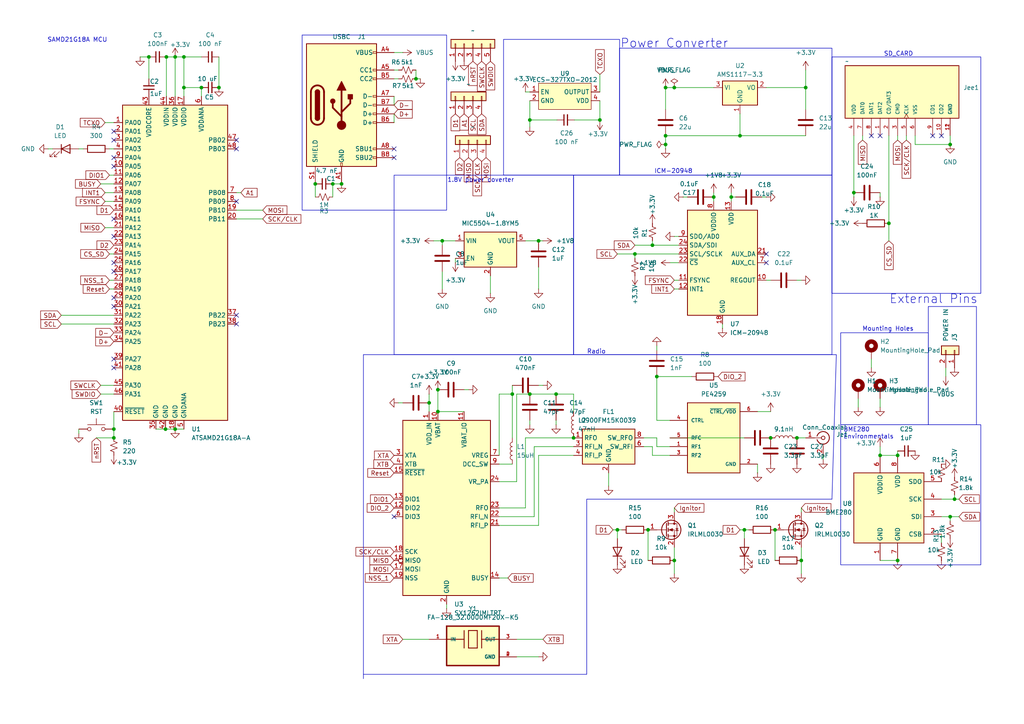
<source format=kicad_sch>
(kicad_sch (version 20250114) (generator "eeschema") (generator_version "9.0")
  (paper "A4")
  (lib_symbols
    (symbol "+3.3V_10" (power) (pin_numbers (hide yes)) (pin_names (offset 0) (hide yes))
      (property "Value" "+3.3V_10" (at 0 3.556 0))
      (symbol "+3.3V_10_1_1"
        (pin power_in line (at 0 0 90) (length 0) (hide yes) (name "+3.3V") (number "1"))
      )
    )
    (symbol "+3.3V_5" (power) (pin_numbers (hide yes)) (pin_names (offset 0) (hide yes))
      (property "Value" "+3.3V_5" (at 0 3.556 0))
      (symbol "+3.3V_5_1_1"
        (pin power_in line (at 0 0 90) (length 0) (hide yes) (name "+3.3V") (number "1"))
      )
    )
    (symbol "+3.3V_6" (power) (pin_numbers (hide yes)) (pin_names (offset 0) (hide yes))
      (property "Value" "+3.3V_6" (at 0 3.556 0))
      (symbol "+3.3V_6_1_1"
        (pin power_in line (at 0 0 90) (length 0) (hide yes) (name "+3.3V") (number "1"))
      )
    )
    (symbol "+3.3V_7" (power) (pin_numbers (hide yes)) (pin_names (offset 0) (hide yes))
      (property "Value" "+3.3V_7" (at 0 3.556 0))
      (symbol "+3.3V_7_1_1"
        (pin power_in line (at 0 0 90) (length 0) (hide yes) (name "+3.3V") (number "1"))
      )
    )
    (symbol "+3.3V_8" (power) (pin_numbers (hide yes)) (pin_names (offset 0) (hide yes))
      (property "Value" "+3.3V_8" (at 0 3.556 0))
      (symbol "+3.3V_8_1_1"
        (pin power_in line (at 0 0 90) (length 0) (hide yes) (name "+3.3V") (number "1"))
      )
    )
    (symbol "+3.3V_9" (power) (pin_numbers (hide yes)) (pin_names (offset 0) (hide yes))
      (property "Value" "+3.3V_9" (at 0 3.556 0))
      (symbol "+3.3V_9_1_1"
        (pin power_in line (at 0 0 90) (length 0) (hide yes) (name "+3.3V") (number "1"))
      )
    )
    (symbol "Connector:Conn_Coaxial" (pin_names (offset 1.016) (hide yes))
      (property "Reference" "J" (at 0.254 3.048 0))
      (property "Value" "Conn_Coaxial" (at 2.921 0 90))
      (symbol "Conn_Coaxial_1_1"
        (pin passive line (at -5.08 0 0) (length 2.54) (name "In") (number "1"))
        (pin passive line (at 0 -5.08 90) (length 2.54) (name "Ext") (number "2"))
      )
    )
    (symbol "Connector:USB_C_Receptacle_USB2.0" (pin_names (offset 1.016))
      (property "Reference" "J" (at -10.16 19.05 0))
      (property "Value" "USB_C_Receptacle_USB2.0" (at 19.05 19.05 0))
      (symbol "USB_C_Receptacle_USB2.0_1_1"
        (pin passive line (at -7.62 -22.86 90) (length 5.08) (name "SHIELD") (number "S1"))
        (pin passive line (at 0 -22.86 90) (length 5.08) (name "GND") (number "A1"))
        (pin passive line (at 0 -22.86 90) (length 5.08) (hide yes) (name "GND") (number "A12"))
        (pin passive line (at 0 -22.86 90) (length 5.08) (hide yes) (name "GND") (number "B1"))
        (pin passive line (at 0 -22.86 90) (length 5.08) (hide yes) (name "GND") (number "B12"))
        (pin passive line (at 15.24 15.24 180) (length 5.08) (name "VBUS") (number "A4"))
        (pin passive line (at 15.24 15.24 180) (length 5.08) (hide yes) (name "VBUS") (number "A9"))
        (pin passive line (at 15.24 15.24 180) (length 5.08) (hide yes) (name "VBUS") (number "B4"))
        (pin passive line (at 15.24 15.24 180) (length 5.08) (hide yes) (name "VBUS") (number "B9"))
        (pin bidirectional line (at 15.24 10.16 180) (length 5.08) (name "CC1") (number "A5"))
        (pin bidirectional line (at 15.24 7.62 180) (length 5.08) (name "CC2") (number "B5"))
        (pin bidirectional line (at 15.24 2.54 180) (length 5.08) (name "D-") (number "A7"))
        (pin bidirectional line (at 15.24 0 180) (length 5.08) (name "D-") (number "B7"))
        (pin bidirectional line (at 15.24 -2.54 180) (length 5.08) (name "D+") (number "A6"))
        (pin bidirectional line (at 15.24 -5.08 180) (length 5.08) (name "D+") (number "B6"))
        (pin bidirectional line (at 15.24 -12.7 180) (length 5.08) (name "SBU1") (number "A8"))
        (pin bidirectional line (at 15.24 -15.24 180) (length 5.08) (name "SBU2") (number "B8"))
      )
    )
    (symbol "Connector_Generic:Conn_01x02" (pin_names (offset 1.016) (hide yes))
      (property "Reference" "J" (at 0 2.54 0))
      (property "Value" "Conn_01x02" (at 0 -5.08 0))
      (symbol "Conn_01x02_1_1"
        (pin passive line (at -5.08 0 0) (length 3.81) (name "Pin_1") (number "1"))
        (pin passive line (at -5.08 -2.54 0) (length 3.81) (name "Pin_2") (number "2"))
      )
    )
    (symbol "Connector_Generic:Conn_01x04" (pin_names (offset 1.016) (hide yes))
      (property "Reference" "J" (at 0 5.08 0))
      (property "Value" "Conn_01x04" (at 0 -7.62 0))
      (symbol "Conn_01x04_1_1"
        (pin passive line (at -5.08 2.54 0) (length 3.81) (name "Pin_1") (number "1"))
        (pin passive line (at -5.08 0 0) (length 3.81) (name "Pin_2") (number "2"))
        (pin passive line (at -5.08 -2.54 0) (length 3.81) (name "Pin_3") (number "3"))
        (pin passive line (at -5.08 -5.08 0) (length 3.81) (name "Pin_4") (number "4"))
      )
    )
    (symbol "Connector_Generic:Conn_01x05" (pin_names (offset 1.016) (hide yes))
      (property "Reference" "J" (at 0 7.62 0))
      (property "Value" "Conn_01x05" (at 0 -7.62 0))
      (symbol "Conn_01x05_1_1"
        (pin passive line (at -5.08 5.08 0) (length 3.81) (name "Pin_1") (number "1"))
        (pin passive line (at -5.08 2.54 0) (length 3.81) (name "Pin_2") (number "2"))
        (pin passive line (at -5.08 0 0) (length 3.81) (name "Pin_3") (number "3"))
        (pin passive line (at -5.08 -2.54 0) (length 3.81) (name "Pin_4") (number "4"))
        (pin passive line (at -5.08 -5.08 0) (length 3.81) (name "Pin_5") (number "5"))
      )
    )
    (symbol "Device:C" (pin_numbers (hide yes)) (pin_names (offset 0.254))
      (property "Reference" "C" (at 0.635 2.54 0))
      (property "Value" "C" (at 0.635 -2.54 0))
      (symbol "C_1_1"
        (pin passive line (at 0 3.81 270) (length 2.794) (name "~") (number "1"))
        (pin passive line (at 0 -3.81 90) (length 2.794) (name "~") (number "2"))
      )
    )
    (symbol "Device:C_Small" (pin_numbers (hide yes)) (pin_names (offset 0.254) (hide yes))
      (property "Reference" "C" (at 0.254 1.778 0))
      (property "Value" "C_Small" (at 0.254 -2.032 0))
      (symbol "C_Small_1_1"
        (pin passive line (at 0 2.54 270) (length 2.032) (name "~") (number "1"))
        (pin passive line (at 0 -2.54 90) (length 2.032) (name "~") (number "2"))
      )
    )
    (symbol "Device:L" (pin_numbers (hide yes)) (pin_names (offset 1.016) (hide yes))
      (property "Reference" "L" (at -1.27 0 90))
      (property "Value" "L" (at 1.905 0 90))
      (symbol "L_1_1"
        (pin passive line (at 0 3.81 270) (length 1.27) (name "1") (number "1"))
        (pin passive line (at 0 -3.81 90) (length 1.27) (name "2") (number "2"))
      )
    )
    (symbol "Device:LED" (pin_numbers (hide yes)) (pin_names (offset 1.016) (hide yes))
      (property "Reference" "D" (at 0 2.54 0))
      (property "Value" "LED" (at 0 -2.54 0))
      (symbol "LED_1_1"
        (pin passive line (at -3.81 0 0) (length 2.54) (name "K") (number "1"))
        (pin passive line (at 3.81 0 180) (length 2.54) (name "A") (number "2"))
      )
    )
    (symbol "Device:R" (pin_numbers (hide yes)) (pin_names (offset 0))
      (property "Reference" "R" (at 2.032 0 90))
      (property "Value" "R" (at 0 0 90))
      (symbol "R_1_1"
        (pin passive line (at 0 3.81 270) (length 1.27) (name "~") (number "1"))
        (pin passive line (at 0 -3.81 90) (length 1.27) (name "~") (number "2"))
      )
    )
    (symbol "Device:R_Small_US" (pin_numbers (hide yes)) (pin_names (offset 0.254) (hide yes))
      (property "Reference" "R" (at 0.762 0.508 0))
      (property "Value" "R_Small_US" (at 0.762 -1.016 0))
      (symbol "R_Small_US_1_1"
        (pin passive line (at 0 2.54 270) (length 1.016) (name "~") (number "1"))
        (pin passive line (at 0 -2.54 90) (length 1.016) (name "~") (number "2"))
      )
    )
    (symbol "FA-128_32.0000MF20X-K5:FA-128_32.0000MF20X-K5" (pin_names (offset 1.016))
      (property "Reference" "Y" (at -7.6596 6.0984 0))
      (property "Value" "FA-128_32.0000MF20X-K5" (at -7.6537 -11.6516 0))
      (symbol "FA-128_32.0000MF20X-K5_0_0"
        (pin input line (at -12.7 0 0) (length 5.08) (name "IN") (number "1"))
        (pin output line (at 12.7 0 180) (length 5.08) (name "OUT") (number "3"))
        (pin power_in line (at 12.7 -5.08 180) (length 5.08) (name "GND") (number "2"))
        (pin power_in line (at 12.7 -5.08 180) (length 5.08) (name "GND") (number "4"))
      )
    )
    (symbol "Filter:0900FM15K0039"
      (property "Reference" "FL" (at -6.35 -6.35 0))
      (property "Value" "0900FM15K0039" (at 0 6.35 0))
      (symbol "0900FM15K0039_0_0"
        (pin passive line (at -10.16 2.54 0) (length 2.54) (name "RFO") (number "1"))
        (pin passive line (at -10.16 0 0) (length 2.54) (name "RFI_N") (number "3"))
        (pin passive line (at -10.16 -2.54 0) (length 2.54) (name "RFI_P") (number "4"))
        (pin passive line (at 0 -7.62 90) (length 2.54) (hide yes) (name "GND") (number "10"))
        (pin power_in line (at 0 -7.62 90) (length 2.54) (name "GND") (number "2"))
        (pin passive line (at 0 -7.62 90) (length 2.54) (hide yes) (name "GND") (number "5"))
        (pin passive line (at 0 -7.62 90) (length 2.54) (hide yes) (name "GND") (number "7"))
        (pin passive line (at 0 -7.62 90) (length 2.54) (hide yes) (name "GND") (number "9"))
        (pin passive line (at 10.16 2.54 180) (length 2.54) (name "SW_RFO") (number "8"))
        (pin passive line (at 10.16 0 180) (length 2.54) (name "SW_RFI") (number "6"))
      )
    )
    (symbol "MCU_Microchip_SAMD:ATSAMD21G18A-A"
      (property "Reference" "U4" (at 4.7341 -47.498 0))
      (property "Value" "ATSAMD21G18A-A" (at 4.7341 -50.038 0))
      (symbol "ATSAMD21G18A-A_1_1"
        (pin bidirectional line (at -17.78 40.64 0) (length 2.54) (name "PA00") (number "1"))
        (pin bidirectional line (at -17.78 38.1 0) (length 2.54) (name "PA01") (number "2"))
        (pin bidirectional line (at -17.78 35.56 0) (length 2.54) (name "PA02") (number "3"))
        (pin bidirectional line (at -17.78 33.02 0) (length 2.54) (name "PA03") (number "4"))
        (pin bidirectional line (at -17.78 30.48 0) (length 2.54) (name "PA04") (number "9"))
        (pin bidirectional line (at -17.78 27.94 0) (length 2.54) (name "PA05") (number "10"))
        (pin bidirectional line (at -17.78 25.4 0) (length 2.54) (name "PA06") (number "11"))
        (pin bidirectional line (at -17.78 22.86 0) (length 2.54) (name "PA07") (number "12"))
        (pin bidirectional line (at -17.78 20.32 0) (length 2.54) (name "PA08") (number "13"))
        (pin bidirectional line (at -17.78 17.78 0) (length 2.54) (name "PA09") (number "14"))
        (pin bidirectional line (at -17.78 15.24 0) (length 2.54) (name "PA10") (number "15"))
        (pin bidirectional line (at -17.78 12.7 0) (length 2.54) (name "PA11") (number "16"))
        (pin bidirectional line (at -17.78 10.16 0) (length 2.54) (name "PA12") (number "21"))
        (pin bidirectional line (at -17.78 7.62 0) (length 2.54) (name "PA13") (number "22"))
        (pin bidirectional line (at -17.78 5.08 0) (length 2.54) (name "PA14") (number "23"))
        (pin bidirectional line (at -17.78 2.54 0) (length 2.54) (name "PA15") (number "24"))
        (pin bidirectional line (at -17.78 0 0) (length 2.54) (name "PA16") (number "25"))
        (pin bidirectional line (at -17.78 -2.54 0) (length 2.54) (name "PA17") (number "26"))
        (pin bidirectional line (at -17.78 -5.08 0) (length 2.54) (name "PA18") (number "27"))
        (pin bidirectional line (at -17.78 -7.62 0) (length 2.54) (name "PA19") (number "28"))
        (pin bidirectional line (at -17.78 -10.16 0) (length 2.54) (name "PA20") (number "29"))
        (pin bidirectional line (at -17.78 -12.7 0) (length 2.54) (name "PA21") (number "30"))
        (pin bidirectional line (at -17.78 -15.24 0) (length 2.54) (name "PA22") (number "31"))
        (pin bidirectional line (at -17.78 -17.78 0) (length 2.54) (name "PA23") (number "32"))
        (pin bidirectional line (at -17.78 -20.32 0) (length 2.54) (name "PA24") (number "33"))
        (pin bidirectional line (at -17.78 -22.86 0) (length 2.54) (name "PA25") (number "34"))
        (pin bidirectional line (at -17.78 -27.94 0) (length 2.54) (name "PA27") (number "39"))
        (pin bidirectional line (at -17.78 -30.48 0) (length 2.54) (name "PA28") (number "41"))
        (pin bidirectional line (at -17.78 -35.56 0) (length 2.54) (name "PA30") (number "45"))
        (pin bidirectional line (at -17.78 -38.1 0) (length 2.54) (name "PA31") (number "46"))
        (pin input line (at -17.78 -43.18 0) (length 2.54) (name "~{RESET}") (number "40"))
        (pin power_out line (at -7.62 48.26 270) (length 2.54) (name "VDDCORE") (number "43"))
        (pin power_in line (at -5.588 -48.26 90) (length 2.54) (name "GND") (number "35"))
        (pin power_in line (at -2.794 -48.26 90) (length 2.54) (name "GND") (number "42"))
        (pin power_in line (at -2.54 48.26 270) (length 2.54) (name "VDDIN") (number "44"))
        (pin power_in line (at 0 48.26 270) (length 2.54) (name "VDDIO") (number "36"))
        (pin power_in line (at 0 -48.26 90) (length 2.54) (name "GND") (number "18"))
        (pin power_in line (at 2.54 48.26 270) (length 2.54) (name "VDDIO") (number "17"))
        (pin power_in line (at 2.54 -48.26 90) (length 2.54) (name "GNDANA") (number "5"))
        (pin power_in line (at 7.62 48.26 270) (length 2.54) (name "VDDANA") (number "6"))
        (pin bidirectional line (at 17.78 35.56 180) (length 2.54) (name "PB02") (number "47"))
        (pin bidirectional line (at 17.78 33.02 180) (length 2.54) (name "PB03") (number "48"))
        (pin bidirectional line (at 17.78 20.32 180) (length 2.54) (name "PB08") (number "7"))
        (pin bidirectional line (at 17.78 17.78 180) (length 2.54) (name "PB09") (number "8"))
        (pin bidirectional line (at 17.78 15.24 180) (length 2.54) (name "PB10") (number "19"))
        (pin bidirectional line (at 17.78 12.7 180) (length 2.54) (name "PB11") (number "20"))
        (pin bidirectional line (at 17.78 -15.24 180) (length 2.54) (name "PB22") (number "37"))
        (pin bidirectional line (at 17.78 -17.78 180) (length 2.54) (name "PB23") (number "38"))
      )
    )
    (symbol "MEM2061-01-188-00-A_REVA:MEM2061-01-188-00-A_REVA" (pin_names (offset 1.016))
      (property "Reference" "J" (at 0 15.2675 0))
      (property "Value" "MEM2061-01-188-00-A_REVA" (at 0 -20.3415 0))
      (symbol "MEM2061-01-188-00-A_REVA_0_0"
        (pin power_in line (at -5.08 12.7 0) (length 5.08) (name "VDD") (number "4"))
        (pin bidirectional line (at -5.08 10.16 0) (length 5.08) (name "DAT0") (number "7"))
        (pin bidirectional line (at -5.08 7.62 0) (length 5.08) (name "DAT1") (number "8"))
        (pin bidirectional line (at -5.08 5.08 0) (length 5.08) (name "DAT2") (number "1"))
        (pin bidirectional line (at -5.08 2.54 0) (length 5.08) (name "CD/DAT3") (number "2"))
        (pin bidirectional line (at -5.08 0 0) (length 5.08) (name "CMD") (number "3"))
        (pin bidirectional clock (at -5.08 -2.54 0) (length 5.08) (name "CLK") (number "5"))
        (pin power_in line (at -5.08 -5.08 0) (length 5.08) (name "VSS") (number "6"))
        (pin passive line (at -5.08 -10.16 0) (length 5.08) (name "CD1") (number "9"))
        (pin passive line (at -5.08 -12.7 0) (length 5.08) (name "CD2") (number "10"))
        (pin power_in line (at -5.08 -15.24 0) (length 5.08) (name "GND") (number "11"))
        (pin power_in line (at -5.08 -15.24 0) (length 5.08) (name "GND") (number "12"))
      )
    )
    (symbol "Mechanical:MountingHole_Pad" (pin_numbers (hide yes)) (pin_names (offset 1.016) (hide yes)) (exclude_from_sim yes) (in_bom no)
      (property "Reference" "H" (at 0 6.35 0))
      (property "Value" "MountingHole_Pad" (at 0 4.445 0))
      (symbol "MountingHole_Pad_1_1"
        (pin input line (at 0 -2.54 90) (length 2.54) (name "1") (number "1"))
      )
    )
    (symbol "Oscillator:ATXK-H11-E-32.768KHZ-E50-T3"
      (property "Reference" "U9" (at 0 1.524 0))
      (property "Value" "ECS-327TXO-2012" (at 0 -0.254 0))
      (symbol "ATXK-H11-E-32.768KHZ-E50-T3_1_1"
        (pin input line (at -10.16 -3.81 0) (length 2.54) (name "EN") (number "1"))
        (pin power_in line (at -10.16 -6.35 0) (length 2.54) (name "GND") (number "2"))
        (pin power_out line (at 10.16 -3.81 180) (length 2.54) (name "OUTPUT") (number "3"))
        (pin power_in line (at 10.16 -6.35 180) (length 2.54) (name "VDD") (number "4"))
      )
    )
    (symbol "PE4259:PE4259" (pin_names (offset 1.016))
      (property "Reference" "U1" (at 0 15.24 0))
      (property "Value" "PE4259" (at 0 12.7 0))
      (symbol "PE4259_0_0"
        (pin input line (at -12.7 5.08 0) (length 5.08) (name "CTRL") (number "4"))
        (pin passive line (at -12.7 0 0) (length 5.08) (name "RFC") (number "5"))
        (pin passive line (at -12.7 -2.54 0) (length 5.08) (name "RF1") (number "1"))
        (pin passive line (at -12.7 -5.08 0) (length 5.08) (name "RF2") (number "3"))
        (pin power_in line (at 12.7 -7.62 180) (length 5.08) (name "GND") (number "2"))
      )
      (symbol "PE4259_1_0"
        (pin output line (at 12.7 7.62 180) (length 5.08) (name "~{CTRL}/~{VDD}") (number "6"))
      )
    )
    (symbol "RF:SX1262IMLTRT"
      (property "Reference" "U" (at 13.97 24.13 0))
      (property "Value" "SX1262IMLTRT" (at 13.97 21.59 0))
      (symbol "SX1262IMLTRT_1_1"
        (pin bidirectional line (at -15.24 15.24 0) (length 2.54) (name "XTA") (number "3"))
        (pin bidirectional line (at -15.24 12.7 0) (length 2.54) (name "XTB") (number "4"))
        (pin input line (at -15.24 10.16 0) (length 2.54) (name "~{RESET}") (number "15"))
        (pin bidirectional line (at -15.24 2.54 0) (length 2.54) (name "DIO1") (number "13"))
        (pin bidirectional line (at -15.24 0 0) (length 2.54) (name "DIO2") (number "12"))
        (pin bidirectional line (at -15.24 -2.54 0) (length 2.54) (name "DIO3") (number "6"))
        (pin input line (at -15.24 -12.7 0) (length 2.54) (name "SCK") (number "18"))
        (pin tri_state inverted (at -15.24 -15.24 0) (length 2.54) (name "MISO") (number "16"))
        (pin input line (at -15.24 -17.78 0) (length 2.54) (name "MOSI") (number "17"))
        (pin input line (at -15.24 -20.32 0) (length 2.54) (name "NSS") (number "19"))
        (pin power_in line (at -5.08 27.94 270) (length 2.54) (name "VDD_IN") (number "1"))
        (pin power_in line (at -2.54 27.94 270) (length 2.54) (name "VBAT") (number "10"))
        (pin power_in line (at 0 -27.94 90) (length 2.54) (name "GND") (number "2"))
        (pin passive line (at 0 -27.94 90) (length 2.54) (hide yes) (name "GND") (number "20"))
        (pin passive line (at 0 -27.94 90) (length 2.54) (hide yes) (name "GND") (number "25"))
        (pin passive line (at 0 -27.94 90) (length 2.54) (hide yes) (name "GND") (number "5"))
        (pin passive line (at 0 -27.94 90) (length 2.54) (hide yes) (name "GND") (number "8"))
        (pin power_in line (at 5.08 27.94 270) (length 2.54) (name "VBAT_IO") (number "11"))
        (pin power_out line (at 15.24 15.24 180) (length 2.54) (name "VREG") (number "7"))
        (pin power_out line (at 15.24 12.7 180) (length 2.54) (name "DCC_SW") (number "9"))
        (pin power_out line (at 15.24 7.62 180) (length 2.54) (name "VR_PA") (number "24"))
        (pin output line (at 15.24 0 180) (length 2.54) (name "RFO") (number "23"))
        (pin input line (at 15.24 -2.54 180) (length 2.54) (name "RFI_N") (number "22"))
        (pin input line (at 15.24 -5.08 180) (length 2.54) (name "RFI_P") (number "21"))
        (pin output line (at 15.24 -20.32 180) (length 2.54) (name "BUSY") (number "14"))
      )
    )
    (symbol "Regulator_Linear:AMS1117-3.3"
      (property "Reference" "U" (at -3.81 3.175 0))
      (property "Value" "AMS1117-3.3" (at 0 3.175 0))
      (symbol "AMS1117-3.3_1_1"
        (pin power_in line (at -7.62 0 0) (length 2.54) (name "VI") (number "3"))
        (pin power_in line (at 0 -7.62 90) (length 2.54) (name "GND") (number "1"))
        (pin power_out line (at 7.62 0 180) (length 2.54) (name "VO") (number "2"))
      )
    )
    (symbol "Regulator_Linear:MIC5504-1.8YM5"
      (property "Reference" "U" (at -7.62 8.89 0))
      (property "Value" "MIC5504-1.8YM5" (at -7.62 6.35 0))
      (symbol "MIC5504-1.8YM5_1_1"
        (pin power_in line (at -10.16 2.54 0) (length 2.54) (name "VIN") (number "1"))
        (pin input line (at -10.16 -2.54 0) (length 2.54) (name "EN") (number "3"))
        (pin power_in line (at 0 -7.62 90) (length 2.54) (name "GND") (number "2"))
        (pin no_connect line (at 7.62 -2.54 180) (length 2.54) (hide yes) (name "NC") (number "4"))
        (pin power_out line (at 10.16 2.54 180) (length 2.54) (name "VOUT") (number "5"))
      )
    )
    (symbol "Sensor:BME280"
      (property "Reference" "U" (at -8.89 11.43 0))
      (property "Value" "BME280" (at 7.62 11.43 0))
      (symbol "BME280_1_1"
        (pin power_in line (at -2.54 15.24 270) (length 5.08) (name "VDDIO") (number "6"))
        (pin power_in line (at -2.54 -15.24 90) (length 5.08) (name "GND") (number "1"))
        (pin power_in line (at 2.54 15.24 270) (length 5.08) (name "VDD") (number "8"))
        (pin power_in line (at 2.54 -15.24 90) (length 5.08) (name "GND") (number "7"))
        (pin bidirectional line (at 15.24 7.62 180) (length 5.08) (name "SDO") (number "5"))
        (pin input line (at 15.24 2.54 180) (length 5.08) (name "SCK") (number "4"))
        (pin bidirectional line (at 15.24 -2.54 180) (length 5.08) (name "SDI") (number "3"))
        (pin input line (at 15.24 -7.62 180) (length 5.08) (name "CSB") (number "2"))
      )
    )
    (symbol "Sensor_Motion:ICM-20948"
      (property "Reference" "U" (at -11.43 16.51 0))
      (property "Value" "ICM-20948" (at 7.62 -16.51 0))
      (symbol "ICM-20948_1_1"
        (pin bidirectional line (at -12.7 7.62 0) (length 2.54) (name "SDO/AD0") (number "9"))
        (pin bidirectional line (at -12.7 5.08 0) (length 2.54) (name "SDA/SDI") (number "24"))
        (pin input line (at -12.7 2.54 0) (length 2.54) (name "SCL/SCLK") (number "23"))
        (pin input line (at -12.7 0 0) (length 2.54) (name "~{CS}") (number "22"))
        (pin input line (at -12.7 -5.08 0) (length 2.54) (name "FSYNC") (number "11"))
        (pin output line (at -12.7 -7.62 0) (length 2.54) (name "INT1") (number "12"))
        (pin no_connect line (at -10.16 12.7 0) (length 2.54) (hide yes) (name "NC") (number "1"))
        (pin no_connect line (at -10.16 10.16 0) (length 2.54) (hide yes) (name "NC") (number "2"))
        (pin no_connect line (at -10.16 -2.54 0) (length 2.54) (hide yes) (name "NC") (number "3"))
        (pin no_connect line (at -10.16 -10.16 0) (length 2.54) (hide yes) (name "NC") (number "4"))
        (pin no_connect line (at -10.16 -12.7 0) (length 2.54) (hide yes) (name "NC") (number "5"))
        (pin power_in line (at -2.54 17.78 270) (length 2.54) (name "VDDIO") (number "8"))
        (pin power_in line (at 0 -17.78 90) (length 2.54) (name "GND") (number "18"))
        (pin passive line (at 0 -17.78 90) (length 2.54) (hide yes) (name "GND") (number "20"))
        (pin power_in line (at 2.54 17.78 270) (length 2.54) (name "VDD") (number "13"))
        (pin no_connect line (at 10.16 10.16 180) (length 2.54) (hide yes) (name "NC") (number "6"))
        (pin no_connect line (at 10.16 7.62 180) (length 2.54) (hide yes) (name "NC") (number "14"))
        (pin no_connect line (at 10.16 5.08 180) (length 2.54) (hide yes) (name "NC") (number "15"))
        (pin no_connect line (at 10.16 -7.62 180) (length 2.54) (hide yes) (name "NC") (number "16"))
        (pin no_connect line (at 10.16 -10.16 180) (length 2.54) (hide yes) (name "NC") (number "17"))
        (pin no_connect line (at 10.16 -12.7 180) (length 2.54) (hide yes) (name "RESV") (number "19"))
        (pin bidirectional line (at 12.7 2.54 180) (length 2.54) (name "AUX_DA") (number "21"))
        (pin output line (at 12.7 0 180) (length 2.54) (name "AUX_CL") (number "7"))
        (pin passive line (at 12.7 -5.08 180) (length 2.54) (name "REGOUT") (number "10"))
      )
    )
    (symbol "Switch:SW_Push" (pin_numbers (hide yes)) (pin_names (offset 1.016) (hide yes))
      (property "Reference" "SW" (at 1.27 2.54 0))
      (property "Value" "SW_Push" (at 0 -1.524 0))
      (symbol "SW_Push_0_1"
        (pin passive line (at -5.08 0 0) (length 2.54) (name "1") (number "1"))
        (pin passive line (at 5.08 0 180) (length 2.54) (name "2") (number "2"))
      )
    )
    (symbol "Transistor_FET:IRLML0030" (pin_names (offset 0) (hide yes))
      (property "Reference" "Q" (at 5.08 1.905 0))
      (property "Value" "IRLML0030" (at 5.08 0 0))
      (symbol "IRLML0030_1_1"
        (pin input line (at -5.08 0 0) (length 2.54) (name "G") (number "1"))
        (pin passive line (at 2.54 5.08 270) (length 2.54) (name "D") (number "3"))
        (pin passive line (at 2.54 -5.08 90) (length 2.54) (name "S") (number "2"))
      )
    )
    (symbol "power:+1V8" (power) (pin_numbers (hide yes)) (pin_names (offset 0) (hide yes))
      (property "Value" "+1V8" (at 0 3.556 0))
      (symbol "+1V8_1_1"
        (pin power_in line (at 0 0 90) (length 0) (name "~") (number "1"))
      )
    )
    (symbol "power:+3.3V" (power) (pin_numbers (hide yes)) (pin_names (offset 0) (hide yes))
      (property "Value" "+3.3V" (at 0 3.556 0))
      (symbol "+3.3V_1_1"
        (pin power_in line (at 0 0 90) (length 0) (name "~") (number "1"))
      )
    )
    (symbol "power:GND" (power) (pin_numbers (hide yes)) (pin_names (offset 0) (hide yes))
      (property "Value" "GND" (at 0 -3.81 0))
      (symbol "GND_1_1"
        (pin power_in line (at 0 0 270) (length 0) (name "~") (number "1"))
      )
    )
    (symbol "power:PWR_FLAG" (power) (pin_numbers (hide yes)) (pin_names (offset 0) (hide yes))
      (property "Value" "PWR_FLAG" (at 0 3.81 0))
      (symbol "PWR_FLAG_0_0"
        (pin power_out line (at 0 0 90) (length 0) (name "~") (number "1"))
      )
    )
    (symbol "power:VBUS" (power) (pin_numbers (hide yes)) (pin_names (offset 0) (hide yes))
      (property "Value" "VBUS" (at 0 3.556 0))
      (symbol "VBUS_1_1"
        (pin power_in line (at 0 0 90) (length 0) (name "~") (number "1"))
      )
    )
  )
  (rectangle (start 114.3 50.8) (end 166.37 102.87))
  (rectangle (start 241.3 16.51) (end 284.48 85.09))
  (rectangle (start 87.63 10.16) (end 129.54 60.96))
  (rectangle (start 166.37 50.8) (end 241.3 102.87))
  (rectangle (start 243.84 123.19) (end 284.48 163.83))
  (rectangle (start 179.705 13.97) (end 241.3 50.8))
  (rectangle (start 146.05 11.43) (end 179.705 50.8))
  (rectangle (start 243.84 96.52) (end 269.24 123.19))
  (rectangle (start 269.24 88.9) (end 283.21 123.19))
  (text "Radio\n" (at 172.974 102.108 0) (effects (font (size 1.27 1.27))))
  (text "Mounting Holes" (at 257.556 95.504 0) (effects (font (size 1.27 1.27))))
  (text "SD_CARD" (at 260.604 15.748 0) (effects (font (size 1.27 1.27))))
  (text "BME280\nEnvironmentals" (at 244.602 127.508 0) (effects (font (size 1.27 1.27)) (justify left bottom)))
  (text "SAMD21G18A MCU\n\n" (at 13.716 14.478 0) (effects (font (size 1.27 1.27)) (justify left bottom)))
  (text "External Pins" (at 270.764 86.868 0) (effects (font (size 2.54 2.54))))
  (text "1.8V power coverter" (at 139.446 52.324 0) (effects (font (size 1.27 1.27))))
  (text "ICM-20948" (at 195.326 49.784 0) (effects (font (size 1.27 1.27))))
  (text "Power Converter" (at 195.58 12.7 0) (effects (font (size 2.54 2.54))))
  (junction (at 124.46 116.84))
  (junction (at 275.59 149.86))
  (junction (at 231.14 127))
  (junction (at 193.04 25.4))
  (junction (at 195.58 162.56))
  (junction (at 63.5 25.4))
  (junction (at 91.44 53.34))
  (junction (at 255.27 132.08))
  (junction (at 128.27 69.85))
  (junction (at 127 113.03))
  (junction (at 53.34 16.51))
  (junction (at 161.29 114.3))
  (junction (at 127 119.38))
  (junction (at 33.02 124.46))
  (junction (at 153.67 34.798))
  (junction (at 189.23 71.12))
  (junction (at 184.15 73.66))
  (junction (at 195.58 25.4))
  (junction (at 215.9 153.67))
  (junction (at 193.04 41.91))
  (junction (at 187.96 153.67))
  (junction (at 179.07 153.67))
  (junction (at 173.99 34.798))
  (junction (at 260.35 132.08))
  (junction (at 99.06 53.34))
  (junction (at 275.59 41.91))
  (junction (at 190.5 109.22))
  (junction (at 257.81 64.77))
  (junction (at 166.37 127))
  (junction (at 260.35 162.56))
  (junction (at 50.8 16.51))
  (junction (at 223.52 127))
  (junction (at 247.65 55.88))
  (junction (at 58.42 25.4))
  (junction (at 276.86 144.78))
  (junction (at 48.26 16.51))
  (junction (at 48.006 124.46))
  (junction (at 148.59 114.3))
  (junction (at 193.04 39.37))
  (junction (at 120.65 22.86))
  (junction (at 96.52 53.34))
  (junction (at 214.63 39.37))
  (junction (at 224.79 153.67))
  (junction (at 212.09 57.15))
  (junction (at 232.41 162.56))
  (junction (at 156.21 69.85))
  (junction (at 233.68 25.4))
  (junction (at 53.34 25.4))
  (junction (at 43.18 16.51))
  (junction (at 153.67 114.3))
  (junction (at 33.02 127))
  (junction (at 50.8 124.46))
  (junction (at 207.01 57.15))
  (no_connect (at 33.02 68.58))
  (no_connect (at 255.27 39.37))
  (no_connect (at 33.02 38.1))
  (no_connect (at 68.58 93.98))
  (no_connect (at 68.58 91.44))
  (no_connect (at 114.3 149.86))
  (no_connect (at 114.3 45.72))
  (no_connect (at 33.02 63.5))
  (no_connect (at 270.51 39.37))
  (no_connect (at 68.58 43.18))
  (no_connect (at 33.02 40.64))
  (no_connect (at 222.25 73.66))
  (no_connect (at 68.58 58.42))
  (no_connect (at 33.02 106.68))
  (no_connect (at 68.58 40.64))
  (no_connect (at 33.02 45.72))
  (no_connect (at 33.02 86.36))
  (no_connect (at 252.73 39.37))
  (no_connect (at 33.02 78.74))
  (no_connect (at 222.25 76.2))
  (no_connect (at 273.05 39.37))
  (no_connect (at 114.3 43.18))
  (no_connect (at 33.02 104.14))
  (no_connect (at 33.02 48.26))
  (no_connect (at 33.02 88.9))
  (no_connect (at 33.02 76.2))
  (wire (pts (xy 149.86 185.42) (xy 157.48 185.42)))
  (wire (pts (xy 58.42 25.4) (xy 58.42 27.94)))
  (wire (pts (xy 156.21 77.47) (xy 156.21 83.82)))
  (wire (pts (xy 114.3 27.94) (xy 114.3 30.48)))
  (wire (pts (xy 166.37 114.3) (xy 166.37 119.38)))
  (wire (pts (xy 144.78 167.64) (xy 147.32 167.64)))
  (wire (pts (xy 13.97 43.18) (xy 15.24 43.18)))
  (wire (pts (xy 33.02 124.46) (xy 33.02 127)))
  (wire (pts (xy 195.58 83.82) (xy 196.85 83.82)))
  (wire (pts (xy 149.86 190.5) (xy 156.21 190.5)))
  (wire (pts (xy 142.24 80.01) (xy 142.24 85.09)))
  (wire (pts (xy 124.46 116.84) (xy 124.46 114.3)))
  (wire (pts (xy 190.5 109.22) (xy 190.5 121.92)))
  (wire (pts (xy 222.25 25.4) (xy 233.68 25.4)))
  (wire (pts (xy 153.67 114.3) (xy 161.29 114.3)))
  (wire (pts (xy 177.8 153.67) (xy 179.07 153.67)))
  (wire (pts (xy 265.43 39.37) (xy 265.43 41.91)))
  (wire (pts (xy 91.44 57.15) (xy 91.44 53.34)))
  (wire (pts (xy 189.23 71.12) (xy 189.23 69.85)))
  (wire (pts (xy 207.01 55.88) (xy 207.01 57.15)))
  (wire (pts (xy 121.92 22.86) (xy 120.65 22.86)))
  (wire (pts (xy 29.21 111.76) (xy 33.02 111.76)))
  (wire (pts (xy 219.71 134.62) (xy 219.71 137.16)))
  (wire (pts (xy 193.04 25.4) (xy 193.04 31.75)))
  (wire (pts (xy 193.04 41.91) (xy 193.04 39.37)))
  (wire (pts (xy 48.006 124.46) (xy 50.8 124.46)))
  (wire (pts (xy 132.08 74.93) (xy 132.08 76.2)))
  (wire (pts (xy 214.63 39.37) (xy 233.68 39.37)))
  (wire (pts (xy 214.63 153.67) (xy 215.9 153.67)))
  (wire (pts (xy 194.31 76.2) (xy 196.85 76.2)))
  (wire (pts (xy 148.59 114.3) (xy 148.59 127)))
  (wire (pts (xy 144.78 114.3) (xy 148.59 114.3)))
  (wire (pts (xy 161.29 121.92) (xy 161.29 123.19)))
  (wire (pts (xy 255.27 57.15) (xy 255.27 55.88)))
  (wire (pts (xy 53.34 16.51) (xy 53.34 25.4)))
  (polyline (pts (xy 105.41 102.87) (xy 242.57 102.87)))
  (wire (pts (xy 152.4 147.32) (xy 152.4 127)))
  (wire (pts (xy 184.15 73.66) (xy 196.85 73.66)))
  (wire (pts (xy 233.68 20.32) (xy 233.68 25.4)))
  (wire (pts (xy 207.01 57.15) (xy 207.01 58.42)))
  (wire (pts (xy 134.62 113.03) (xy 135.89 113.03)))
  (wire (pts (xy 22.86 124.46) (xy 22.86 125.73)))
  (wire (pts (xy 153.67 34.798) (xy 153.67 36.83)))
  (wire (pts (xy 124.46 116.84) (xy 124.46 119.38)))
  (wire (pts (xy 48.26 16.51) (xy 50.8 16.51)))
  (wire (pts (xy 30.48 66.04) (xy 33.02 66.04)))
  (wire (pts (xy 214.63 33.02) (xy 214.63 39.37)))
  (wire (pts (xy 31.75 43.18) (xy 33.02 43.18)))
  (wire (pts (xy 156.21 152.4) (xy 156.21 132.08)))
  (wire (pts (xy 50.8 16.51) (xy 53.34 16.51)))
  (wire (pts (xy 190.5 127) (xy 190.5 129.54)))
  (wire (pts (xy 222.25 81.28) (xy 223.52 81.28)))
  (wire (pts (xy 45.212 124.46) (xy 48.006 124.46)))
  (wire (pts (xy 149.86 114.3) (xy 153.67 114.3)))
  (wire (pts (xy 156.21 132.08) (xy 166.37 132.08)))
  (wire (pts (xy 53.34 16.51) (xy 58.42 16.51)))
  (wire (pts (xy 68.58 55.88) (xy 69.85 55.88)))
  (wire (pts (xy 220.98 57.15) (xy 222.25 57.15)))
  (wire (pts (xy 232.41 147.32) (xy 232.41 148.59)))
  (wire (pts (xy 166.624 34.798) (xy 173.99 34.798)))
  (wire (pts (xy 53.34 27.94) (xy 53.34 25.4)))
  (polyline (pts (xy 105.41 195.58) (xy 170.18 195.58)))
  (wire (pts (xy 17.78 93.98) (xy 33.02 93.98)))
  (wire (pts (xy 200.66 109.22) (xy 190.5 109.22)))
  (wire (pts (xy 179.07 153.67) (xy 180.34 153.67)))
  (polyline (pts (xy 241.3 144.78) (xy 170.18 144.78)))
  (wire (pts (xy 33.02 124.46) (xy 33.02 119.38)))
  (wire (pts (xy 187.96 153.67) (xy 187.96 162.56)))
  (wire (pts (xy 186.69 127) (xy 190.5 127)))
  (wire (pts (xy 275.59 149.86) (xy 275.59 151.13)))
  (wire (pts (xy 152.4 127) (xy 166.37 127)))
  (wire (pts (xy 275.59 149.86) (xy 278.13 149.86)))
  (wire (pts (xy 148.59 111.76) (xy 148.59 114.3)))
  (wire (pts (xy 31.75 81.28) (xy 33.02 81.28)))
  (wire (pts (xy 193.04 39.37) (xy 214.63 39.37)))
  (wire (pts (xy 173.99 29.21) (xy 173.99 34.798)))
  (wire (pts (xy 127 113.03) (xy 127 119.38)))
  (wire (pts (xy 127 119.38) (xy 134.62 119.38)))
  (wire (pts (xy 190.5 100.33) (xy 190.5 101.6)))
  (wire (pts (xy 31.75 83.82) (xy 33.02 83.82)))
  (wire (pts (xy 176.53 137.16) (xy 176.53 140.97)))
  (wire (pts (xy 215.9 153.67) (xy 217.17 153.67)))
  (wire (pts (xy 194.31 121.92) (xy 190.5 121.92)))
  (wire (pts (xy 30.48 58.42) (xy 33.02 58.42)))
  (wire (pts (xy 212.09 57.15) (xy 212.09 58.42)))
  (wire (pts (xy 31.75 50.8) (xy 33.02 50.8)))
  (wire (pts (xy 156.21 111.76) (xy 157.48 111.76)))
  (wire (pts (xy 29.21 114.3) (xy 33.02 114.3)))
  (wire (pts (xy 257.81 39.37) (xy 257.81 64.77)))
  (wire (pts (xy 153.67 121.92) (xy 153.67 123.19)))
  (wire (pts (xy 152.4 26.67) (xy 153.67 26.67)))
  (wire (pts (xy 144.78 149.86) (xy 154.94 149.86)))
  (wire (pts (xy 116.84 185.42) (xy 124.46 185.42)))
  (wire (pts (xy 161.29 114.3) (xy 166.37 114.3)))
  (wire (pts (xy 114.3 15.24) (xy 116.84 15.24)))
  (wire (pts (xy 128.27 83.82) (xy 128.27 78.74)))
  (wire (pts (xy 48.26 16.51) (xy 48.26 27.94)))
  (wire (pts (xy 257.81 64.77) (xy 257.81 69.85)))
  (wire (pts (xy 189.23 129.54) (xy 186.69 129.54)))
  (wire (pts (xy 149.86 139.7) (xy 149.86 114.3)))
  (wire (pts (xy 255.27 162.56) (xy 260.35 162.56)))
  (wire (pts (xy 114.3 33.02) (xy 114.3 35.56)))
  (wire (pts (xy 195.58 81.28) (xy 196.85 81.28)))
  (wire (pts (xy 260.35 130.81) (xy 260.35 132.08)))
  (wire (pts (xy 144.78 139.7) (xy 149.86 139.7)))
  (wire (pts (xy 128.27 69.85) (xy 128.27 71.12)))
  (wire (pts (xy 29.21 53.34) (xy 33.02 53.34)))
  (wire (pts (xy 274.32 106.68) (xy 274.32 109.22)))
  (wire (pts (xy 154.94 149.86) (xy 154.94 129.54)))
  (wire (pts (xy 115.57 116.84) (xy 116.84 116.84)))
  (wire (pts (xy 184.15 73.66) (xy 184.15 74.93)))
  (wire (pts (xy 231.14 81.28) (xy 232.41 81.28)))
  (wire (pts (xy 189.23 132.08) (xy 189.23 129.54)))
  (wire (pts (xy 30.48 35.56) (xy 33.02 35.56)))
  (wire (pts (xy 154.94 129.54) (xy 166.37 129.54)))
  (wire (pts (xy 179.07 153.67) (xy 179.07 156.21)))
  (wire (pts (xy 179.07 73.66) (xy 184.15 73.66)))
  (wire (pts (xy 219.71 119.38) (xy 223.52 119.38)))
  (wire (pts (xy 184.15 71.12) (xy 189.23 71.12)))
  (wire (pts (xy 194.31 132.08) (xy 189.23 132.08)))
  (wire (pts (xy 247.65 55.88) (xy 247.65 57.15)))
  (wire (pts (xy 262.89 39.37) (xy 262.89 40.64)))
  (wire (pts (xy 27.94 127) (xy 33.02 127)))
  (wire (pts (xy 273.05 157.48) (xy 273.05 154.94)))
  (wire (pts (xy 161.544 34.798) (xy 153.67 34.798)))
  (wire (pts (xy 276.86 144.78) (xy 276.86 143.51)))
  (wire (pts (xy 252.73 104.14) (xy 252.73 106.68)))
  (wire (pts (xy 173.99 34.798) (xy 173.99 35.052)))
  (wire (pts (xy 120.65 20.32) (xy 120.65 22.86)))
  (wire (pts (xy 224.79 153.67) (xy 224.79 162.56)))
  (wire (pts (xy 63.5 16.51) (xy 63.5 25.4)))
  (wire (pts (xy 144.78 134.62) (xy 148.59 134.62)))
  (wire (pts (xy 276.86 144.78) (xy 273.05 144.78)))
  (wire (pts (xy 17.78 91.44) (xy 33.02 91.44)))
  (wire (pts (xy 207.01 25.4) (xy 195.58 25.4)))
  (polyline (pts (xy 170.18 144.78) (xy 170.18 195.58)))
  (wire (pts (xy 144.78 147.32) (xy 152.4 147.32)))
  (polyline (pts (xy 105.41 196.85) (xy 105.41 102.87)))
  (wire (pts (xy 68.58 60.96) (xy 76.2 60.96)))
  (wire (pts (xy 255.27 132.08) (xy 260.35 132.08)))
  (wire (pts (xy 115.57 22.86) (xy 114.3 22.86)))
  (wire (pts (xy 128.27 69.85) (xy 132.08 69.85)))
  (wire (pts (xy 199.39 57.15) (xy 198.12 57.15)))
  (wire (pts (xy 153.67 29.21) (xy 153.67 34.798)))
  (wire (pts (xy 209.55 93.98) (xy 209.55 95.25)))
  (wire (pts (xy 232.41 158.75) (xy 232.41 162.56)))
  (wire (pts (xy 255.27 115.57) (xy 255.27 118.11)))
  (wire (pts (xy 125.73 69.85) (xy 128.27 69.85)))
  (polyline (pts (xy 242.57 102.87) (xy 241.3 144.78)))
  (wire (pts (xy 144.78 114.3) (xy 144.78 132.08)))
  (wire (pts (xy 195.58 162.56) (xy 195.58 166.37)))
  (wire (pts (xy 273.05 149.86) (xy 275.59 149.86)))
  (wire (pts (xy 129.54 175.26) (xy 129.54 176.53)))
  (wire (pts (xy 156.21 69.85) (xy 152.4 69.85)))
  (wire (pts (xy 212.09 57.15) (xy 213.36 57.15)))
  (wire (pts (xy 265.43 41.91) (xy 275.59 41.91)))
  (wire (pts (xy 96.52 53.34) (xy 96.52 57.15)))
  (wire (pts (xy 194.31 127) (xy 215.9 127)))
  (wire (pts (xy 250.19 39.37) (xy 250.19 40.64)))
  (wire (pts (xy 195.58 158.75) (xy 195.58 162.56)))
  (wire (pts (xy 215.9 153.67) (xy 215.9 156.21)))
  (wire (pts (xy 255.27 129.54) (xy 255.27 132.08)))
  (wire (pts (xy 260.35 39.37) (xy 260.35 40.64)))
  (wire (pts (xy 53.34 25.4) (xy 58.42 25.4)))
  (wire (pts (xy 231.14 127) (xy 233.68 127)))
  (wire (pts (xy 189.23 71.12) (xy 196.85 71.12)))
  (wire (pts (xy 173.99 21.59) (xy 173.99 26.67)))
  (wire (pts (xy 238.76 132.08) (xy 238.76 133.35)))
  (wire (pts (xy 232.41 162.56) (xy 232.41 166.37)))
  (wire (pts (xy 40.64 16.51) (xy 43.18 16.51)))
  (wire (pts (xy 156.21 69.85) (xy 157.48 69.85)))
  (wire (pts (xy 195.58 147.32) (xy 195.58 148.59)))
  (wire (pts (xy 195.58 68.58) (xy 196.85 68.58)))
  (wire (pts (xy 212.09 55.88) (xy 212.09 57.15)))
  (wire (pts (xy 278.13 144.78) (xy 276.86 144.78)))
  (wire (pts (xy 50.8 16.51) (xy 50.8 27.94)))
  (wire (pts (xy 193.04 43.18) (xy 193.04 41.91)))
  (wire (pts (xy 233.68 25.4) (xy 233.68 31.75)))
  (wire (pts (xy 43.18 22.86) (xy 43.18 16.51)))
  (wire (pts (xy 22.86 43.18) (xy 24.13 43.18)))
  (wire (pts (xy 114.3 20.32) (xy 115.57 20.32)))
  (wire (pts (xy 248.92 115.57) (xy 248.92 118.11)))
  (wire (pts (xy 96.52 53.34) (xy 99.06 53.34)))
  (wire (pts (xy 190.5 129.54) (xy 194.31 129.54)))
  (wire (pts (xy 195.58 25.4) (xy 193.04 25.4)))
  (wire (pts (xy 31.75 73.66) (xy 33.02 73.66)))
  (wire (pts (xy 144.78 152.4) (xy 156.21 152.4)))
  (wire (pts (xy 50.8 124.46) (xy 53.34 124.46)))
  (wire (pts (xy 247.65 39.37) (xy 247.65 55.88)))
  (wire (pts (xy 68.58 63.5) (xy 76.2 63.5)))
  (wire (pts (xy 30.48 55.88) (xy 33.02 55.88)))
  (wire (pts (xy 275.59 39.37) (xy 275.59 41.91)))
  (global_label "TCXO" (shape input) (at 30.48 35.56 180) (property "Intersheetrefs" "${INTERSHEET_REFS}" (effects (hide yes))))
  (global_label "INT1" (shape input) (at 195.58 83.82 180) (property "Intersheetrefs" "${INTERSHEET_REFS}" (effects (hide yes))))
  (global_label "SCL" (shape input) (at 137.16 33.02 270) (property "Intersheetrefs" "${INTERSHEET_REFS}" (effects (hide yes))))
  (global_label "SWDIO" (shape input) (at 142.24 17.78 270) (property "Intersheetrefs" "${INTERSHEET_REFS}" (effects (hide yes))))
  (global_label "BUSY" (shape input) (at 29.21 53.34 180) (property "Intersheetrefs" "${INTERSHEET_REFS}" (effects (hide yes))))
  (global_label "TCXO" (shape input) (at 173.99 21.59 90) (property "Intersheetrefs" "${INTERSHEET_REFS}" (effects (hide yes))))
  (global_label "nRST" (shape input) (at 27.94 127 270) (property "Intersheetrefs" "${INTERSHEET_REFS}" (effects (hide yes))))
  (global_label "MISO" (shape input) (at 30.48 66.04 180) (property "Intersheetrefs" "${INTERSHEET_REFS}" (effects (hide yes))))
  (global_label "Ignitor" (shape input) (at 232.41 147.32 0) (property "Intersheetrefs" "${INTERSHEET_REFS}" (effects (hide yes))))
  (global_label "Ignitor" (shape input) (at 195.58 147.32 0) (property "Intersheetrefs" "${INTERSHEET_REFS}" (effects (hide yes))))
  (global_label "MISO" (shape input) (at 114.3 162.56 180) (property "Intersheetrefs" "${INTERSHEET_REFS}" (effects (hide yes))))
  (global_label "XTA" (shape input) (at 114.3 132.08 180) (property "Intersheetrefs" "${INTERSHEET_REFS}" (effects (hide yes))))
  (global_label "SDA" (shape input) (at 139.7 33.02 270) (property "Intersheetrefs" "${INTERSHEET_REFS}" (effects (hide yes))))
  (global_label "XTB" (shape input) (at 157.48 185.42 0) (property "Intersheetrefs" "${INTERSHEET_REFS}" (effects (hide yes))))
  (global_label "D+" (shape input) (at 114.3 33.02 0) (property "Intersheetrefs" "${INTERSHEET_REFS}" (effects (hide yes))))
  (global_label "D2" (shape input) (at 133.35 45.72 270) (property "Intersheetrefs" "${INTERSHEET_REFS}" (effects (hide yes))))
  (global_label "DIO1" (shape input) (at 31.75 50.8 180) (property "Intersheetrefs" "${INTERSHEET_REFS}" (effects (hide yes))))
  (global_label "nRST" (shape input) (at 137.16 17.78 270) (property "Intersheetrefs" "${INTERSHEET_REFS}" (effects (hide yes))))
  (global_label "D1" (shape input) (at 33.02 60.96 180) (property "Intersheetrefs" "${INTERSHEET_REFS}" (effects (hide yes))))
  (global_label "D-" (shape input) (at 33.02 96.52 180) (property "Intersheetrefs" "${INTERSHEET_REFS}" (effects (hide yes))))
  (global_label "MOSI" (shape input) (at 260.35 40.64 270) (property "Intersheetrefs" "${INTERSHEET_REFS}" (effects (hide yes))))
  (global_label "D1" (shape input) (at 177.8 153.67 180) (property "Intersheetrefs" "${INTERSHEET_REFS}" (effects (hide yes))))
  (global_label "MOSI" (shape input) (at 76.2 60.96 0) (property "Intersheetrefs" "${INTERSHEET_REFS}" (effects (hide yes))))
  (global_label "MOSI" (shape input) (at 140.97 45.72 270) (property "Intersheetrefs" "${INTERSHEET_REFS}" (effects (hide yes))))
  (global_label "Reset" (shape input) (at 31.75 83.82 180) (property "Intersheetrefs" "${INTERSHEET_REFS}" (effects (hide yes))))
  (global_label "CS_SD" (shape input) (at 257.81 69.85 270) (property "Intersheetrefs" "${INTERSHEET_REFS}" (effects (hide yes))))
  (global_label "SCL" (shape input) (at 278.13 144.78 0) (property "Intersheetrefs" "${INTERSHEET_REFS}" (effects (hide yes))))
  (global_label "SCL" (shape input) (at 17.78 93.98 180) (property "Intersheetrefs" "${INTERSHEET_REFS}" (effects (hide yes))))
  (global_label "XTB" (shape input) (at 114.3 134.62 180) (property "Intersheetrefs" "${INTERSHEET_REFS}" (effects (hide yes))))
  (global_label "SDA" (shape input) (at 184.15 71.12 180) (property "Intersheetrefs" "${INTERSHEET_REFS}" (effects (hide yes))))
  (global_label "Reset" (shape input) (at 114.3 137.16 180) (property "Intersheetrefs" "${INTERSHEET_REFS}" (effects (hide yes))))
  (global_label "DIO_2" (shape input) (at 208.28 109.22 0) (property "Intersheetrefs" "${INTERSHEET_REFS}" (effects (hide yes))))
  (global_label "MISO" (shape input) (at 135.89 45.72 270) (property "Intersheetrefs" "${INTERSHEET_REFS}" (effects (hide yes))))
  (global_label "SCK{slash}CLK" (shape input) (at 76.2 63.5 0) (property "Intersheetrefs" "${INTERSHEET_REFS}" (effects (hide yes))))
  (global_label "D-" (shape input) (at 114.3 30.48 0) (property "Intersheetrefs" "${INTERSHEET_REFS}" (effects (hide yes))))
  (global_label "D1" (shape input) (at 214.63 153.67 180) (property "Intersheetrefs" "${INTERSHEET_REFS}" (effects (hide yes))))
  (global_label "D1" (shape input) (at 132.08 33.02 270) (property "Intersheetrefs" "${INTERSHEET_REFS}" (effects (hide yes))))
  (global_label "SCK{slash}CLK" (shape input) (at 114.3 160.02 180) (property "Intersheetrefs" "${INTERSHEET_REFS}" (effects (hide yes))))
  (global_label "D2" (shape input) (at 33.02 71.12 180) (property "Intersheetrefs" "${INTERSHEET_REFS}" (effects (hide yes))))
  (global_label "FSYNC" (shape input) (at 195.58 81.28 180) (property "Intersheetrefs" "${INTERSHEET_REFS}" (effects (hide yes))))
  (global_label "D+" (shape input) (at 33.02 99.06 180) (property "Intersheetrefs" "${INTERSHEET_REFS}" (effects (hide yes))))
  (global_label "NSS_1" (shape input) (at 31.75 81.28 180) (property "Intersheetrefs" "${INTERSHEET_REFS}" (effects (hide yes))))
  (global_label "CS_SD" (shape input) (at 31.75 73.66 180) (property "Intersheetrefs" "${INTERSHEET_REFS}" (effects (hide yes))))
  (global_label "SDA" (shape input) (at 17.78 91.44 180) (property "Intersheetrefs" "${INTERSHEET_REFS}" (effects (hide yes))))
  (global_label "SDA" (shape input) (at 278.13 149.86 0) (property "Intersheetrefs" "${INTERSHEET_REFS}" (effects (hide yes))))
  (global_label "XTA" (shape input) (at 116.84 185.42 180) (property "Intersheetrefs" "${INTERSHEET_REFS}" (effects (hide yes))))
  (global_label "NSS_1" (shape input) (at 114.3 167.64 180) (property "Intersheetrefs" "${INTERSHEET_REFS}" (effects (hide yes))))
  (global_label "SWCLK" (shape input) (at 139.7 17.78 270) (property "Intersheetrefs" "${INTERSHEET_REFS}" (effects (hide yes))))
  (global_label "SWDIO" (shape input) (at 29.21 114.3 180) (property "Intersheetrefs" "${INTERSHEET_REFS}" (effects (hide yes))))
  (global_label "BUSY" (shape input) (at 147.32 167.64 0) (property "Intersheetrefs" "${INTERSHEET_REFS}" (effects (hide yes))))
  (global_label "SCK{slash}CLK" (shape input) (at 138.43 45.72 270) (property "Intersheetrefs" "${INTERSHEET_REFS}" (effects (hide yes))))
  (global_label "FSYNC" (shape input) (at 30.48 58.42 180) (property "Intersheetrefs" "${INTERSHEET_REFS}" (effects (hide yes))))
  (global_label "DIO_2" (shape input) (at 114.3 147.32 180) (property "Intersheetrefs" "${INTERSHEET_REFS}" (effects (hide yes))))
  (global_label "MOSI" (shape input) (at 114.3 165.1 180) (property "Intersheetrefs" "${INTERSHEET_REFS}" (effects (hide yes))))
  (global_label "MISO" (shape input) (at 250.19 40.64 270) (property "Intersheetrefs" "${INTERSHEET_REFS}" (effects (hide yes))))
  (global_label "SCL" (shape input) (at 179.07 73.66 180) (property "Intersheetrefs" "${INTERSHEET_REFS}" (effects (hide yes))))
  (global_label "SCK{slash}CLK" (shape input) (at 262.89 40.64 270) (property "Intersheetrefs" "${INTERSHEET_REFS}" (effects (hide yes))))
  (global_label "A1" (shape input) (at 69.85 55.88 0) (property "Intersheetrefs" "${INTERSHEET_REFS}" (effects (hide yes))))
  (global_label "SWCLK" (shape input) (at 29.21 111.76 180) (property "Intersheetrefs" "${INTERSHEET_REFS}" (effects (hide yes))))
  (global_label "DIO1" (shape input) (at 114.3 144.78 180) (property "Intersheetrefs" "${INTERSHEET_REFS}" (effects (hide yes))))
  (global_label "A1" (shape input) (at 134.62 33.02 270) (property "Intersheetrefs" "${INTERSHEET_REFS}" (effects (hide yes))))
  (global_label "INT1" (shape input) (at 30.48 55.88 180) (property "Intersheetrefs" "${INTERSHEET_REFS}" (effects (hide yes))))
  (symbol (lib_name "+3.3V_9") (lib_id "power:+3.3V") (at 184.15 80.01 180) (unit 1)
    (property "Reference" "#PWR043" (effects (hide yes)))
    (property "Value" "+3.3V" (at 184.15 88.392 90) (effects (justify right)))
  )
  (symbol (lib_id "Device:R") (at 184.15 153.67 270) (unit 1)
    (property "Reference" "R15" (at 184.15 147.32 90))
    (property "Value" "100" (at 184.15 149.86 90))
    (property "Description" "Resistor" (effects (hide yes)))
  )
  (symbol (lib_id "power:+1V8") (at 194.31 76.2 90) (unit 1)
    (property "Reference" "#PWR039" (effects (hide yes)))
    (property "Value" "+1V8" (at 190.5 76.1999 90) (effects (justify left)))
    (property "Description" "Power symbol creates a global label with name \"+1V8\"" (effects (hide yes)))
  )
  (symbol (lib_id "power:GND") (at 153.67 123.19 0) (unit 1)
    (property "Reference" "#PWR030" (effects (hide yes)))
    (property "Value" "GND" (effects (hide yes)))
    (property "Description" "Power symbol creates a global label with name \"GND\" , ground" (effects (hide yes)))
  )
  (symbol (lib_id "Device:C") (at 219.71 127 90) (unit 1)
    (property "Reference" "C21" (effects (hide yes)))
    (property "Value" "39pF" (effects (hide yes)))
    (property "Footprint" "Capacitor_SMD:C_0402_1005Metric" (effects (hide yes)))
    (property "Description" "Unpolarized capacitor" (effects (hide yes)))
  )
  (symbol (lib_id "power:GND") (at 193.04 43.18 0) (unit 1)
    (property "Reference" "#PWR015" (effects (hide yes)))
    (property "Value" "GND" (effects (hide yes)))
    (property "Description" "Power symbol creates a global label with name \"GND\" , ground" (effects (hide yes)))
  )
  (symbol (lib_id "power:GND") (at 22.86 125.73 0) (unit 1)
    (property "Reference" "#PWR04" (effects (hide yes)))
    (property "Value" "GND" (effects (hide yes)))
    (property "Description" "Power symbol creates a global label with name \"GND\" , ground" (effects (hide yes)))
  )
  (symbol (lib_id "power:+3.3V") (at 125.73 69.85 90) (unit 1)
    (property "Reference" "#PWR019" (effects (hide yes)))
    (property "Value" "+3.3V" (at 121.92 69.8499 90) (effects (justify left)))
    (property "Description" "Power symbol creates a global label with name \"+3.3V\"" (effects (hide yes)))
  )
  (symbol (lib_id "power:GND") (at 273.05 162.56 0) (unit 1)
    (property "Reference" "#PWR067" (effects (hide yes)))
    (property "Value" "GND" (effects (hide yes)))
    (property "Description" "Power symbol creates a global label with name \"GND\" , ground" (effects (hide yes)))
  )
  (symbol (lib_id "Device:R_Small_US") (at 273.05 137.16 180) (unit 1)
    (property "Reference" "R11" (at 270.256 133.35 0) (effects (justify right)))
    (property "Value" "10k" (at 269.494 136.906 0) (effects (justify right)))
    (property "Footprint" "Resistor_SMD:R_0402_1005Metric" (effects (hide yes)))
    (property "Description" "Resistor, small US symbol" (effects (hide yes)))
    (property "LCSC" "C25744" (effects (hide yes)))
  )
  (symbol (lib_id "Device:C") (at 130.81 113.03 90) (unit 1)
    (property "Reference" "C9" (at 130.81 105.41 90))
    (property "Value" "100nF" (at 130.81 107.95 90))
    (property "Footprint" "Capacitor_SMD:C_0402_1005Metric" (effects (hide yes)))
    (property "Description" "Unpolarized capacitor" (effects (hide yes)))
  )
  (symbol (lib_id "power:VBUS") (at 193.04 25.4 0) (unit 1)
    (property "Reference" "#PWR014" (effects (hide yes)))
    (property "Value" "VBUS" (at 193.04 20.32 0))
    (property "Description" "Power symbol creates a global label with name \"VBUS\"" (effects (hide yes)))
  )
  (symbol (lib_id "Device:C") (at 233.68 35.56 0) (unit 1)
    (property "Reference" "C13" (at 237.49 34.2899 0) (effects (justify left)))
    (property "Value" "22u" (at 237.49 36.8299 0) (effects (justify left)))
    (property "Footprint" "Capacitor_SMD:C_0805_2012Metric" (effects (hide yes)))
    (property "Description" "Unpolarized capacitor" (effects (hide yes)))
  )
  (symbol (lib_id "Filter:0900FM15K0039") (at 176.53 129.54 0) (unit 1)
    (property "Reference" "FL1" (at 176.53 119.38 0))
    (property "Value" "0900FM15K0039" (at 176.53 121.92 0))
    (property "Footprint" "RF_Converter:Balun_Johanson_0900FM15K0039" (effects (hide yes)))
    (property "Datasheet" "https://www.johansontechnology.com/datasheets/0900FM15K0039/0900FM15K0039.pdf" (effects (hide yes)))
    (property "Description" "868MHz/915MHz Sub-GHz Impedance Matched Filter integrated passive for Semtech SX1261, SX1262, LLCC68" (effects (hide yes)))
  )
  (symbol (lib_id "Device:R") (at 254 64.77 90) (unit 1)
    (property "Reference" "R10" (at 253.492 59.944 90))
    (property "Value" "1K" (at 253.492 62.484 90))
    (property "Footprint" "Resistor_SMD:R_0402_1005Metric" (effects (hide yes)))
    (property "Description" "Resistor" (effects (hide yes)))
  )
  (symbol (lib_id "RF:SX1262IMLTRT") (at 129.54 147.32 0) (unit 1)
    (property "Reference" "U3" (at 131.7341 175.26 0) (effects (justify left)))
    (property "Value" "SX1262IMLTRT" (at 131.7341 177.8 0) (effects (justify left)))
    (property "Footprint" "Package_DFN_QFN:QFN-24-1EP_4x4mm_P0.5mm_EP2.6x2.6mm" (effects (hide yes)))
    (property "Datasheet" "https://semtech.file.force.com/sfc/dist/version/download/?oid=00DE0000000JelG&ids=0682R00000IjPWSQA3&d=%2Fa%2F2R000000Un7F%2FyT.fKdAr9ZAo3cJLc4F2cBdUsMftpT2vsOICP7NmvMo" (effects (hide yes)))
    (property "Description" "150 MHz to 960 MHz Low Power Long Range Transceiver, 22dBm output power, spreading factor from 5 to 12, LoRA, QFN-24" (effects (hide yes)))
  )
  (symbol (lib_id "power:GND") (at 198.12 57.15 270) (unit 1)
    (property "Reference" "#PWR041" (effects (hide yes)))
    (property "Value" "GND" (effects (hide yes)))
    (property "Description" "Power symbol creates a global label with name \"GND\" , ground" (effects (hide yes)))
  )
  (symbol (lib_id "power:GND") (at 232.41 166.37 0) (unit 1)
    (property "Reference" "#PWR052" (effects (hide yes)))
    (property "Value" "GND" (effects (hide yes)))
    (property "Description" "Power symbol creates a global label with name \"GND\" , ground" (effects (hide yes)))
  )
  (symbol (lib_id "Device:R_Small_US") (at 118.11 22.86 270) (unit 1)
    (property "Reference" "R7" (at 115.062 24.892 90))
    (property "Value" "5k1" (at 118.364 24.892 90))
    (property "Footprint" "Resistor_SMD:R_0402_1005Metric" (effects (hide yes)))
    (property "Description" "Resistor, small US symbol" (effects (hide yes)))
    (property "LCSC" "C27834" (effects (hide yes)))
  )
  (symbol (lib_id "Device:R") (at 228.6 162.56 270) (unit 1)
    (property "Reference" "R17" (at 228.6 156.21 90))
    (property "Value" "10k" (at 228.6 158.75 90))
    (property "Description" "Resistor" (effects (hide yes)))
  )
  (symbol (lib_id "power:GND") (at 260.35 162.56 0) (unit 1)
    (property "Reference" "#PWR061" (effects (hide yes)))
    (property "Value" "GND" (effects (hide yes)))
    (property "Description" "Power symbol creates a global label with name \"GND\" , ground" (effects (hide yes)))
  )
  (symbol (lib_name "+3.3V_10") (lib_id "power:+3.3V") (at 255.27 129.54 0) (unit 1)
    (property "Reference" "#PWR060" (effects (hide yes)))
    (property "Value" "+3.3V" (at 248.158 128.524 0) (effects (justify left)))
  )
  (symbol (lib_id "Connector_Generic:Conn_01x02") (at 276.86 101.6 270) (mirror x) (unit 1)
    (property "Reference" "J3" (at 276.8601 99.06 0) (effects (justify left)))
    (property "Value" "POWER IN" (at 274.3201 99.06 0) (effects (justify left)))
    (property "Footprint" "Connector_PinHeader_2.54mm:PinHeader_1x02_P2.54mm_Vertical" (effects (hide yes)))
    (property "Description" "Generic connector, single row, 01x02, script generated (kicad-library-utils/schlib/autogen/connector/)" (effects (hide yes)))
  )
  (symbol (lib_id "Device:C_Small") (at 60.96 16.51 90) (unit 1)
    (property "Reference" "C4" (at 60.9663 10.16 90))
    (property "Value" "100 nF" (at 60.9663 12.7 90))
    (property "Footprint" "Capacitor_SMD:C_0402_1005Metric" (effects (hide yes)))
    (property "Description" "Unpolarized capacitor, small symbol" (effects (hide yes)))
    (property "LCSC" "C1525" (effects (hide yes)))
  )
  (symbol (lib_id "Device:C_Small") (at 262.89 130.81 90) (unit 1)
    (property "Reference" "C25" (at 262.8963 124.46 90))
    (property "Value" "1uF" (at 262.8963 127 90))
    (property "Footprint" "Capacitor_SMD:C_0402_1005Metric" (effects (hide yes)))
    (property "Description" "Unpolarized capacitor, small symbol" (effects (hide yes)))
    (property "LCSC" "C52923" (effects (hide yes)))
  )
  (symbol (lib_id "Device:C_Small") (at 45.72 16.51 90) (unit 1)
    (property "Reference" "C3" (at 45.7263 10.16 90))
    (property "Value" "100nF" (at 45.7263 12.7 90))
    (property "Footprint" "Capacitor_SMD:C_0402_1005Metric" (effects (hide yes)))
    (property "Description" "Unpolarized capacitor, small symbol" (effects (hide yes)))
    (property "LCSC" "C1525" (effects (hide yes)))
  )
  (symbol (lib_id "power:+3.3V") (at 124.46 114.3 0) (unit 1)
    (property "Reference" "#PWR020" (effects (hide yes)))
    (property "Value" "+3.3V" (at 124.46 109.22 0))
    (property "Description" "Power symbol creates a global label with name \"+3.3V\"" (effects (hide yes)))
  )
  (symbol (lib_id "FA-128_32.0000MF20X-K5:FA-128_32.0000MF20X-K5") (at 137.16 185.42 0) (unit 1)
    (property "Reference" "Y1" (at 137.16 176.53 0))
    (property "Value" "FA-128_32.0000MF20X-K5" (at 137.16 179.07 0))
    (property "Footprint" "Custom_Ossilators:OSCCC200X160X50" (effects (hide yes)))
    (property "MF" "EPSON" (effects (hide yes)))
    (property "DESCRIPTION" "CRYSTAL 32MHZ 10PF SMD" (effects (hide yes)))
    (property "PACKAGE" "SMD-4 Epson" (effects (hide yes)))
    (property "PRICE" "0.51 USD" (effects (hide yes)))
    (property "Package" "SMD-4 EPSON" (effects (hide yes)))
    (property "Check_prices" "https://www.snapeda.com/parts/FA-128%2032.0000MF20X-K5/EPSON/view-part/?ref=eda" (effects (hide yes)))
    (property "STANDARD" "IPC-7351B" (effects (hide yes)))
    (property "SnapEDA_Link" "https://www.snapeda.com/parts/FA-128%2032.0000MF20X-K5/EPSON/view-part/?ref=snap" (effects (hide yes)))
    (property "MP" "FA-128 32.0000MF20X-K5" (effects (hide yes)))
    (property "Price" "None" (effects (hide yes)))
    (property "Availability" "In Stock" (effects (hide yes)))
    (property "AVAILABILITY" "Good" (effects (hide yes)))
    (property "Description_1" "\n                        \n                            32 MHz ±10ppm Crystal 10pF 60 Ohms 4-SMD, No Lead\n                        \n" (effects (hide yes)))
  )
  (symbol (lib_id "power:GND") (at 128.27 83.82 0) (unit 1)
    (property "Reference" "#PWR021" (effects (hide yes)))
    (property "Value" "GND" (at 128.27 88.9 0))
    (property "Description" "Power symbol creates a global label with name \"GND\" , ground" (effects (hide yes)))
  )
  (symbol (lib_id "power:GND") (at 99.06 53.34 0) (unit 1)
    (property "Reference" "#PWR05" (effects (hide yes)))
    (property "Value" "GND" (effects (hide yes)))
    (property "Description" "Power symbol creates a global label with name \"GND\" , ground" (effects (hide yes)))
  )
  (symbol (lib_id "Device:C") (at 217.17 57.15 90) (unit 1)
    (property "Reference" "C18" (at 221.742 53.594 90))
    (property "Value" "0.1uF" (at 221.742 56.134 90))
    (property "Footprint" "Capacitor_SMD:C_0402_1005Metric" (effects (hide yes)))
    (property "Description" "Unpolarized capacitor" (effects (hide yes)))
  )
  (symbol (lib_id "Device:C") (at 231.14 130.81 0) (unit 1)
    (property "Reference" "C27" (at 234.95 129.5399 0) (effects (justify left)))
    (property "Value" "3.3pF" (at 234.95 132.0799 0) (effects (justify left)))
    (property "Footprint" "Capacitor_SMD:C_0402_1005Metric" (effects (hide yes)))
    (property "Description" "Unpolarized capacitor" (effects (hide yes)))
  )
  (symbol (lib_id "Device:C") (at 251.46 55.88 270) (unit 1)
    (property "Reference" "C24" (at 251.46 48.26 90))
    (property "Value" "100nF" (at 251.46 50.8 90))
    (property "Footprint" "Capacitor_SMD:C_0402_1005Metric" (effects (hide yes)))
    (property "Description" "Unpolarized capacitor" (effects (hide yes)))
  )
  (symbol (lib_id "power:GND") (at 223.52 134.62 0) (unit 1)
    (property "Reference" "#PWR070" (effects (hide yes)))
    (property "Value" "GND" (effects (hide yes)))
    (property "Description" "Power symbol creates a global label with name \"GND\" , ground" (effects (hide yes)))
  )
  (symbol (lib_id "power:GND") (at 134.62 17.78 0) (unit 1)
    (property "Reference" "#PWR025" (effects (hide yes)))
    (property "Value" "GND" (effects (hide yes)))
    (property "Description" "Power symbol creates a global label with name \"GND\" , ground" (effects (hide yes)))
  )
  (symbol (lib_id "Regulator_Linear:AMS1117-3.3") (at 214.63 25.4 0) (unit 1)
    (property "Reference" "U2" (at 214.63 19.05 0))
    (property "Value" "AMS1117-3.3" (at 214.63 21.59 0))
    (property "Footprint" "Package_TO_SOT_SMD:SOT-223-3_TabPin2" (effects (hide yes)))
    (property "Datasheet" "http://www.advanced-monolithic.com/pdf/ds1117.pdf" (effects (hide yes)))
    (property "Description" "1A Low Dropout regulator, positive, 3.3V fixed output, SOT-223" (effects (hide yes)))
  )
  (symbol (lib_id "Device:R_Small_US") (at 189.23 67.31 0) (unit 1)
    (property "Reference" "R1" (at 186.944 67.564 90))
    (property "Value" "10k" (at 184.404 67.564 90))
    (property "Footprint" "Resistor_SMD:R_0402_1005Metric" (effects (hide yes)))
    (property "Description" "Resistor, small US symbol" (effects (hide yes)))
    (property "LCSC" "C4177" (effects (hide yes)))
  )
  (symbol (lib_id "Device:C") (at 128.27 74.93 0) (unit 1)
    (property "Reference" "C8" (at 132.08 73.6599 0) (effects (justify left)))
    (property "Value" "1uF" (at 132.08 76.1999 0) (effects (justify left)))
    (property "Footprint" "Capacitor_SMD:C_0402_1005Metric" (effects (hide yes)))
    (property "Description" "Unpolarized capacitor" (effects (hide yes)))
  )
  (symbol (lib_id "power:+3.3V") (at 250.19 64.77 90) (unit 1)
    (property "Reference" "#PWR056" (effects (hide yes)))
    (property "Value" "+3.3V" (at 246.38 64.7699 90) (effects (justify left)))
    (property "Description" "Power symbol creates a global label with name \"+3.3V\"" (effects (hide yes)))
  )
  (symbol (lib_name "+3.3V_6") (lib_id "power:+3.3V") (at 173.99 35.052 180) (unit 1)
    (property "Reference" "#PWR068" (effects (hide yes)))
    (property "Value" "+3.3V" (at 170.434 38.862 0) (effects (justify right)))
  )
  (symbol (lib_id "power:GND") (at 153.67 36.83 0) (unit 1)
    (property "Reference" "#PWR013" (effects (hide yes)))
    (property "Value" "GND" (effects (hide yes)))
    (property "Description" "Power symbol creates a global label with name \"GND\" , ground" (effects (hide yes)))
  )
  (symbol (lib_id "power:GND") (at 135.89 113.03 90) (unit 1)
    (property "Reference" "#PWR027" (effects (hide yes)))
    (property "Value" "GND" (effects (hide yes)))
    (property "Description" "Power symbol creates a global label with name \"GND\" , ground" (effects (hide yes)))
  )
  (symbol (lib_id "power:PWR_FLAG") (at 193.04 41.91 90) (unit 1)
    (property "Reference" "#FLG02" (effects (hide yes)))
    (property "Value" "PWR_FLAG" (at 189.23 41.9099 90) (effects (justify left)))
    (property "Description" "Special symbol for telling ERC where power comes from" (effects (hide yes)))
  )
  (symbol (lib_id "power:GND") (at 255.27 57.15 0) (unit 1)
    (property "Reference" "#PWR058" (effects (hide yes)))
    (property "Value" "GND" (effects (hide yes)))
    (property "Description" "Power symbol creates a global label with name \"GND\" , ground" (effects (hide yes)))
  )
  (symbol (lib_id "power:GND") (at 231.14 134.62 0) (unit 1)
    (property "Reference" "#PWR071" (effects (hide yes)))
    (property "Value" "GND" (effects (hide yes)))
    (property "Description" "Power symbol creates a global label with name \"GND\" , ground" (effects (hide yes)))
  )
  (symbol (lib_id "Device:R_Small_US") (at 184.15 77.47 180) (unit 1)
    (property "Reference" "R2" (at 186.436 77.216 90))
    (property "Value" "10k" (at 188.976 77.216 90))
    (property "Footprint" "Resistor_SMD:R_0402_1005Metric" (effects (hide yes)))
    (property "Description" "Resistor, small US symbol" (effects (hide yes)))
    (property "LCSC" "C4177" (effects (hide yes)))
  )
  (symbol (lib_id "power:GND") (at 252.73 106.68 0) (unit 1)
    (property "Reference" "#PWR057" (effects (hide yes)))
    (property "Value" "GND" (effects (hide yes)))
    (property "Description" "Power symbol creates a global label with name \"GND\" , ground" (effects (hide yes)))
  )
  (symbol (lib_id "power:GND") (at 13.97 43.18 270) (unit 1)
    (property "Reference" "#PWR01" (effects (hide yes)))
    (property "Value" "GND" (at 10.16 43.1799 90) (effects (justify right)))
    (property "Description" "Power symbol creates a global label with name \"GND\" , ground" (effects (hide yes)))
  )
  (symbol (lib_id "power:GND") (at 215.9 163.83 0) (unit 1)
    (property "Reference" "#PWR044" (effects (hide yes)))
    (property "Value" "GND" (effects (hide yes)))
    (property "Description" "Power symbol creates a global label with name \"GND\" , ground" (effects (hide yes)))
  )
  (symbol (lib_id "Switch:SW_Push") (at 27.94 124.46 0) (unit 1)
    (property "Reference" "SW1" (at 27.94 116.84 0))
    (property "Value" "RST" (at 27.94 119.38 0))
    (property "Footprint" "Button_Switch_SMD:SW_Tactile_SPST_NO_Straight_CK_PTS636Sx25SMTRLFS" (effects (hide yes)))
    (property "Description" "Push button switch, generic, two pins" (effects (hide yes)))
    (property "LCSC" "C2888954" (effects (hide yes)))
  )
  (symbol (lib_id "Device:C") (at 190.5 105.41 0) (unit 1)
    (property "Reference" "C15" (at 194.31 104.1399 0) (effects (justify left)))
    (property "Value" "1nF" (at 194.31 106.6799 0) (effects (justify left)))
    (property "Footprint" "Capacitor_SMD:C_0402_1005Metric" (effects (hide yes)))
    (property "Description" "Unpolarized capacitor" (effects (hide yes)))
  )
  (symbol (lib_id "Mechanical:MountingHole_Pad") (at 255.27 113.03 0) (unit 1) (exclude_from_sim yes) (in_bom no)
    (property "Reference" "H3" (at 257.81 110.4899 0) (effects (justify left)))
    (property "Value" "MountingHole_Pad" (at 257.81 113.0299 0) (effects (justify left)))
    (property "Footprint" "MountingHole:MountingHole_2.1mm" (effects (hide yes)))
    (property "Description" "Mounting Hole with connection" (effects (hide yes)))
  )
  (symbol (lib_id "MCU_Microchip_SAMD:ATSAMD21G18A-A") (at 50.8 76.2 0) (unit 1)
    (property "Reference" "U1" (at 55.5341 124.46 0) (effects (justify left)))
    (property "Value" "ATSAMD21G18A-A" (at 55.5341 127 0) (effects (justify left)))
    (property "Footprint" "Package_QFP:TQFP-48_7x7mm_P0.5mm" (effects (hide yes)))
    (property "Description" "SAM D21 Microchip SMART ARM-based Flash MCU, 48Mhz, 256K Flash, 32K SRAM, TQFP-48" (effects (hide yes)))
    (property "LCSC" "C78624" (effects (hide yes)))
  )
  (symbol (lib_id "power:+3.3V") (at 132.08 76.2 180) (unit 1)
    (property "Reference" "#PWR026" (effects (hide yes)))
    (property "Value" "+3.3V" (at 132.08 81.28 0))
    (property "Description" "Power symbol creates a global label with name \"+3.3V\"" (effects (hide yes)))
  )
  (symbol (lib_name "+3.3V_9") (lib_id "power:+3.3V") (at 276.86 138.43 0) (unit 1)
    (property "Reference" "#PWR035" (effects (hide yes)))
    (property "Value" "+3.3V" (at 276.86 130.048 90) (effects (justify right)))
  )
  (symbol (lib_id "Device:LED") (at 179.07 160.02 90) (unit 1)
    (property "Reference" "D2" (at 182.88 160.3374 90) (effects (justify right)))
    (property "Value" "LED" (at 182.88 162.8774 90) (effects (justify right)))
    (property "Footprint" "LED_SMD:LED_0201_0603Metric" (effects (hide yes)))
    (property "Description" "Light emitting diode" (effects (hide yes)))
  )
  (symbol (lib_id "Device:C") (at 153.67 118.11 180) (unit 1)
    (property "Reference" "C11" (at 157.48 116.8399 0) (effects (justify right)))
    (property "Value" "47pF" (at 157.48 119.3799 0) (effects (justify right)))
    (property "Footprint" "Capacitor_SMD:C_0402_1005Metric" (effects (hide yes)))
    (property "Description" "Unpolarized capacitor" (effects (hide yes)))
  )
  (symbol (lib_id "power:GND") (at 255.27 118.11 0) (unit 1)
    (property "Reference" "#PWR059" (effects (hide yes)))
    (property "Value" "GND" (effects (hide yes)))
    (property "Description" "Power symbol creates a global label with name \"GND\" , ground" (effects (hide yes)))
  )
  (symbol (lib_id "Sensor_Motion:ICM-20948") (at 209.55 76.2 0) (unit 1)
    (property "Reference" "U7" (at 211.7441 93.98 0) (effects (justify left)))
    (property "Value" "ICM-20948" (at 211.7441 96.52 0) (effects (justify left)))
    (property "Footprint" "Sensor_Motion:InvenSense_QFN-24_3x3mm_P0.4mm" (effects (hide yes)))
    (property "Datasheet" "http://www.invensense.com/wp-content/uploads/2016/06/DS-000189-ICM-20948-v1.3.pdf" (effects (hide yes)))
    (property "Description" "InvenSense 9-Axis Motion Sensor, Accelerometer, Gyroscope, Compass, I2C/SPI, QFN-24" (effects (hide yes)))
  )
  (symbol (lib_name "+3.3V_9") (lib_id "power:+3.3V") (at 189.23 64.77 0) (unit 1)
    (property "Reference" "#PWR02" (effects (hide yes)))
    (property "Value" "+3.3V" (at 189.23 56.388 90) (effects (justify right)))
  )
  (symbol (lib_id "Device:C_Small") (at 93.98 53.34 270) (unit 1)
    (property "Reference" "C1" (at 96.012 51.816 90))
    (property "Value" "4.7 nF" (at 94.742 49.53 90))
    (property "Footprint" "Capacitor_SMD:C_0603_1608Metric" (effects (hide yes)))
    (property "Description" "Unpolarized capacitor, small symbol" (effects (hide yes)))
    (property "LCSC" "C1744" (effects (hide yes)))
  )
  (symbol (lib_id "power:GND") (at 275.59 41.91 0) (unit 1)
    (property "Reference" "#PWR064" (effects (hide yes)))
    (property "Value" "GND" (at 275.59 46.99 0))
    (property "Description" "Power symbol creates a global label with name \"GND\" , ground" (effects (hide yes)))
  )
  (symbol (lib_id "Connector_Generic:Conn_01x04") (at 134.62 27.94 90) (unit 1)
    (property "Reference" "J4" (effects (hide yes)))
    (property "Value" "~" (at 135.89 24.4362 90))
    (property "Footprint" "Connector_PinHeader_2.54mm:PinHeader_1x04_P2.54mm_Vertical" (effects (hide yes)))
    (property "Description" "Generic connector, single row, 01x04, script generated (kicad-library-utils/schlib/autogen/connector/)" (effects (hide yes)))
  )
  (symbol (lib_id "Device:LED") (at 19.05 43.18 0) (unit 1)
    (property "Reference" "D1" (at 17.4625 36.83 0))
    (property "Value" "LED" (at 17.4625 39.37 0))
    (property "Footprint" "LED_SMD:LED_0201_0603Metric" (effects (hide yes)))
    (property "Description" "Light emitting diode" (effects (hide yes)))
  )
  (symbol (lib_id "Device:C_Small") (at 60.96 25.4 90) (unit 1)
    (property "Reference" "C5" (at 60.706 28.194 90))
    (property "Value" "10 uF" (at 60.198 22.86 90))
    (property "Footprint" "Capacitor_SMD:C_0402_1005Metric" (effects (hide yes)))
    (property "Description" "Unpolarized capacitor, small symbol" (effects (hide yes)))
    (property "LCSC" "C19702" (effects (hide yes)))
  )
  (symbol (lib_name "+3.3V_8") (lib_id "power:+3.3V") (at 275.59 156.21 180) (unit 1)
    (property "Reference" "#PWR034" (effects (hide yes)))
    (property "Value" "+3.3V" (at 275.59 164.846 90) (effects (justify right)))
  )
  (symbol (lib_id "power:GND") (at 121.92 22.86 0) (unit 1)
    (property "Reference" "#PWR010" (effects (hide yes)))
    (property "Value" "GND" (effects (hide yes)))
    (property "Description" "Power symbol creates a global label with name \"GND\" , ground" (effects (hide yes)))
  )
  (symbol (lib_id "Device:LED") (at 215.9 160.02 90) (unit 1)
    (property "Reference" "D3" (at 219.71 160.3374 90) (effects (justify right)))
    (property "Value" "LED" (at 219.71 162.8774 90) (effects (justify right)))
    (property "Footprint" "LED_SMD:LED_0201_0603Metric" (effects (hide yes)))
    (property "Description" "Light emitting diode" (effects (hide yes)))
  )
  (symbol (lib_id "power:VBUS") (at 274.32 109.22 180) (unit 1)
    (property "Reference" "#PWR063" (effects (hide yes)))
    (property "Value" "VBUS" (at 274.32 114.3 0))
    (property "Description" "Power symbol creates a global label with name \"VBUS\"" (effects (hide yes)))
  )
  (symbol (lib_id "power:+1V8") (at 157.48 69.85 270) (unit 1)
    (property "Reference" "#PWR032" (effects (hide yes)))
    (property "Value" "+1V8" (at 161.29 69.8499 90) (effects (justify left)))
    (property "Description" "Power symbol creates a global label with name \"+1V8\"" (effects (hide yes)))
  )
  (symbol (lib_id "Transistor_FET:IRLML0030") (at 229.87 153.67 0) (unit 1)
    (property "Reference" "Q2" (at 236.22 152.3999 0) (effects (justify left)))
    (property "Value" "IRLML0030" (at 236.22 154.9399 0) (effects (justify left)))
    (property "Footprint" "Package_TO_SOT_SMD:SOT-23" (effects (hide yes)))
    (property "Datasheet" "https://www.infineon.com/dgdl/irlml0030pbf.pdf?fileId=5546d462533600a401535664773825df" (effects (hide yes)))
    (property "Description" "5.3A Id, 30V Vds, 27mOhm Rds, N-Channel HEXFET Power MOSFET, SOT-23" (effects (hide yes)))
  )
  (symbol (lib_id "Regulator_Linear:MIC5504-1.8YM5") (at 142.24 72.39 0) (unit 1)
    (property "Reference" "U4" (at 142.24 62.23 0))
    (property "Value" "MIC5504-1.8YM5" (at 142.24 64.77 0))
    (property "Footprint" "Package_TO_SOT_SMD:SOT-23-5" (effects (hide yes)))
    (property "Datasheet" "http://ww1.microchip.com/downloads/en/DeviceDoc/MIC550X.pdf" (effects (hide yes)))
    (property "Description" "300mA Low-dropout Voltage Regulator, Vout 1.8V, Vin up to 5.5V, SOT-23" (effects (hide yes)))
  )
  (symbol (lib_id "power:+3.3V") (at 223.52 119.38 0) (unit 1)
    (property "Reference" "#PWR042" (effects (hide yes)))
    (property "Value" "+3.3V" (at 223.52 114.3 0))
    (property "Description" "Power symbol creates a global label with name \"+3.3V\"" (effects (hide yes)))
  )
  (symbol (lib_id "Device:C") (at 120.65 116.84 90) (unit 1)
    (property "Reference" "C7" (at 120.65 109.22 90))
    (property "Value" "1nF" (at 120.65 111.76 90))
    (property "Footprint" "Capacitor_SMD:C_0402_1005Metric" (effects (hide yes)))
    (property "Description" "Unpolarized capacitor" (effects (hide yes)))
  )
  (symbol (lib_name "+3.3V_7") (lib_id "power:+3.3V") (at 33.02 132.08 180) (unit 1)
    (property "Reference" "#PWR06" (effects (hide yes)))
    (property "Value" "+3.3V" (at 33.782 134.112 0) (effects (justify right)))
  )
  (symbol (lib_id "Device:C") (at 152.4 111.76 90) (unit 1)
    (property "Reference" "C10" (at 152.4 104.14 90))
    (property "Value" "470nF" (at 152.4 106.68 90))
    (property "Footprint" "Capacitor_SMD:C_0402_1005Metric" (effects (hide yes)))
    (property "Description" "Unpolarized capacitor" (effects (hide yes)))
  )
  (symbol (lib_id "power:GND") (at 209.55 95.25 0) (unit 1)
    (property "Reference" "#PWR046" (effects (hide yes)))
    (property "Value" "GND" (effects (hide yes)))
    (property "Description" "Power symbol creates a global label with name \"GND\" , ground" (effects (hide yes)))
  )
  (symbol (lib_id "Device:R_Small_US") (at 33.02 129.54 0) (unit 1)
    (property "Reference" "R5" (at 35.56 128.2699 0) (effects (justify left)))
    (property "Value" "220" (at 35.56 130.8099 0) (effects (justify left)))
    (property "Footprint" "Resistor_SMD:R_0402_1005Metric" (effects (hide yes)))
    (property "Description" "Resistor, small US symbol" (effects (hide yes)))
    (property "LCSC" "C25091" (effects (hide yes)))
  )
  (symbol (lib_id "power:+1V8") (at 207.01 55.88 0) (unit 1)
    (property "Reference" "#PWR045" (effects (hide yes)))
    (property "Value" "+1V8" (at 207.01 50.8 0))
    (property "Description" "Power symbol creates a global label with name \"+1V8\"" (effects (hide yes)))
  )
  (symbol (lib_id "Transistor_FET:IRLML0030") (at 193.04 153.67 0) (unit 1)
    (property "Reference" "Q1" (at 199.39 152.3999 0) (effects (justify left)))
    (property "Value" "IRLML0030" (at 199.39 154.9399 0) (effects (justify left)))
    (property "Footprint" "Package_TO_SOT_SMD:SOT-23" (effects (hide yes)))
    (property "Datasheet" "https://www.infineon.com/dgdl/irlml0030pbf.pdf?fileId=5546d462533600a401535664773825df" (effects (hide yes)))
    (property "Description" "5.3A Id, 30V Vds, 27mOhm Rds, N-Channel HEXFET Power MOSFET, SOT-23" (effects (hide yes)))
  )
  (symbol (lib_id "Connector_Generic:Conn_01x05") (at 137.16 12.7 90) (unit 1)
    (property "Reference" "J2" (effects (hide yes)))
    (property "Value" "~" (at 137.16 8.89 90))
    (property "Footprint" "Connector_PinHeader_2.54mm:PinHeader_1x05_P2.54mm_Vertical" (effects (hide yes)))
    (property "Description" "Generic connector, single row, 01x05, script generated (kicad-library-utils/schlib/autogen/connector/)" (effects (hide yes)))
  )
  (symbol (lib_id "power:GND") (at 156.21 83.82 0) (unit 1)
    (property "Reference" "#PWR031" (effects (hide yes)))
    (property "Value" "GND" (at 156.21 88.9 0))
    (property "Description" "Power symbol creates a global label with name \"GND\" , ground" (effects (hide yes)))
  )
  (symbol (lib_id "power:GND") (at 50.8 124.46 0) (unit 1)
    (property "Reference" "#PWR09" (effects (hide yes)))
    (property "Value" "GND" (effects (hide yes)))
    (property "Description" "Power symbol creates a global label with name \"GND\" , ground" (effects (hide yes)))
  )
  (symbol (lib_id "Connector:Conn_Coaxial") (at 238.76 127 0) (unit 1)
    (property "Reference" "Je1" (at 242.57 126.0231 0) (effects (justify left)))
    (property "Value" "Conn_Coaxial" (at 232.664 123.952 0) (effects (justify left)))
    (property "Footprint" "Custom_SMA:RFSOLUTIONS_CON-SMA-EDGE-S" (effects (hide yes)))
    (property "Description" "coaxial connector (BNC, SMA, SMB, SMC, Cinch/RCA, LEMO, ...)" (effects (hide yes)))
  )
  (symbol (lib_id "MEM2061-01-188-00-A_REVA:MEM2061-01-188-00-A_REVA") (at 260.35 34.29 90) (unit 1)
    (property "Reference" "Jee1" (at 279.4 25.3999 90) (effects (justify right)))
    (property "Value" "~" (at 245.11 17.78 90) (effects (justify right)))
    (property "Footprint" "SD_Card_Holder:GCT_MEM2061-01-188-00-A_REVA" (effects (hide yes)))
    (property "DigiKey_Part_Number" "2073-MEM2061-01-188-00-ATR-ND" (effects (hide yes)))
    (property "SnapEDA_Link" "https://www.snapeda.com/parts/MEM2061-01-188-00-A/Global+Connector+Technology/view-part/?ref=snap" (effects (hide yes)))
    (property "Description_1" "\n                        \n                            10 (8 + 2) Position Card Connector microSD Surface Mount, Right Angle Gold\n                        \n" (effects (hide yes)))
    (property "Package" "None" (effects (hide yes)))
    (property "Check_prices" "https://www.snapeda.com/parts/MEM2061-01-188-00-A/Global+Connector+Technology/view-part/?ref=eda" (effects (hide yes)))
    (property "MF" "Global Connector Technology" (effects (hide yes)))
    (property "MP" "MEM2061-01-188-00-A" (effects (hide yes)))
    (property "MANUFACTURER" "GCT" (effects (hide yes)))
  )
  (symbol (lib_id "Device:C_Small") (at 43.18 25.4 180) (unit 1)
    (property "Reference" "C2" (at 43.434 23.622 0) (effects (justify right)))
    (property "Value" "1uF" (at 43.434 27.178 0) (effects (justify right)))
    (property "Footprint" "Capacitor_SMD:C_0402_1005Metric" (effects (hide yes)))
    (property "Description" "Unpolarized capacitor, small symbol" (effects (hide yes)))
    (property "LCSC" "C52923" (effects (hide yes)))
  )
  (symbol (lib_id "Device:R_Small_US") (at 273.05 160.02 0) (unit 1)
    (property "Reference" "R12" (effects (hide yes)))
    (property "Value" "10k" (at 268.986 159.512 0) (effects (justify left)))
    (property "Footprint" "Resistor_SMD:R_0402_1005Metric" (effects (hide yes)))
    (property "Description" "Resistor, small US symbol" (effects (hide yes)))
    (property "LCSC" "C25744" (effects (hide yes)))
  )
  (symbol (lib_id "power:GND") (at 195.58 68.58 270) (unit 1)
    (property "Reference" "#PWR040" (effects (hide yes)))
    (property "Value" "GND" (effects (hide yes)))
    (property "Description" "Power symbol creates a global label with name \"GND\" , ground" (effects (hide yes)))
  )
  (symbol (lib_id "power:GND") (at 273.05 134.62 90) (unit 1)
    (property "Reference" "#PWR066" (effects (hide yes)))
    (property "Value" "GND" (effects (hide yes)))
    (property "Description" "Power symbol creates a global label with name \"GND\" , ground" (effects (hide yes)))
  )
  (symbol (lib_id "Device:C") (at 203.2 57.15 270) (unit 1)
    (property "Reference" "C17" (at 199.898 55.88 90))
    (property "Value" "0.1uF" (at 199.898 53.34 90))
    (property "Footprint" "Capacitor_SMD:C_0402_1005Metric" (effects (hide yes)))
    (property "Description" "Unpolarized capacitor" (effects (hide yes)))
  )
  (symbol (lib_id "power:GND") (at 195.58 166.37 0) (unit 1)
    (property "Reference" "#PWR048" (effects (hide yes)))
    (property "Value" "GND" (effects (hide yes)))
    (property "Description" "Power symbol creates a global label with name \"GND\" , ground" (effects (hide yes)))
  )
  (symbol (lib_id "power:GND") (at 219.71 137.16 0) (unit 1)
    (property "Reference" "#PWR038" (effects (hide yes)))
    (property "Value" "GND" (effects (hide yes)))
    (property "Description" "Power symbol creates a global label with name \"GND\" , ground" (effects (hide yes)))
  )
  (symbol (lib_id "power:GND") (at 190.5 100.33 180) (unit 1)
    (property "Reference" "#PWR037" (effects (hide yes)))
    (property "Value" "GND" (effects (hide yes)))
    (property "Description" "Power symbol creates a global label with name \"GND\" , ground" (effects (hide yes)))
  )
  (symbol (lib_id "power:PWR_FLAG") (at 195.58 25.4 0) (unit 1)
    (property "Reference" "#FLG01" (effects (hide yes)))
    (property "Value" "PWR_FLAG" (at 195.58 20.32 0))
    (property "Description" "Special symbol for telling ERC where power comes from" (effects (hide yes)))
  )
  (symbol (lib_id "Mechanical:MountingHole_Pad") (at 252.73 101.6 0) (unit 1) (exclude_from_sim yes) (in_bom no)
    (property "Reference" "H2" (at 255.27 99.0599 0) (effects (justify left)))
    (property "Value" "MountingHole_Pad" (at 255.27 101.5999 0) (effects (justify left)))
    (property "Footprint" "MountingHole:MountingHole_2.1mm" (effects (hide yes)))
    (property "Description" "Mounting Hole with connection" (effects (hide yes)))
  )
  (symbol (lib_id "Device:R_Small_US") (at 93.98 57.15 90) (unit 1)
    (property "Reference" "R3" (at 93.98 61.214 90))
    (property "Value" "1M" (at 93.98 59.436 90))
    (property "Footprint" "Resistor_SMD:R_0402_1005Metric" (effects (hide yes)))
    (property "Description" "Resistor, small US symbol" (effects (hide yes)))
    (property "LCSC" "C26083" (effects (hide yes)))
  )
  (symbol (lib_id "Connector_Generic:Conn_01x04") (at 135.89 40.64 90) (unit 1)
    (property "Reference" "J5" (effects (hide yes)))
    (property "Value" "~" (at 137.16 36.83 90))
    (property "Footprint" "Connector_PinHeader_2.54mm:PinHeader_1x04_P2.54mm_Vertical" (effects (hide yes)))
    (property "Description" "Generic connector, single row, 01x04, script generated (kicad-library-utils/schlib/autogen/connector/)" (effects (hide yes)))
  )
  (symbol (lib_id "power:+3.3V") (at 212.09 55.88 0) (unit 1)
    (property "Reference" "#PWR047" (effects (hide yes)))
    (property "Value" "+3.3V" (at 212.09 50.8 0))
    (property "Description" "Power symbol creates a global label with name \"+3.3V\"" (effects (hide yes)))
  )
  (symbol (lib_id "power:GND") (at 276.86 106.68 0) (unit 1)
    (property "Reference" "#PWR065" (effects (hide yes)))
    (property "Value" "GND" (effects (hide yes)))
    (property "Description" "Power symbol creates a global label with name \"GND\" , ground" (effects (hide yes)))
  )
  (symbol (lib_id "power:GND") (at 176.53 140.97 0) (unit 1)
    (property "Reference" "#PWR03" (effects (hide yes)))
    (property "Value" "GND" (effects (hide yes)))
    (property "Description" "Power symbol creates a global label with name \"GND\" , ground" (effects (hide yes)))
  )
  (symbol (lib_id "Device:L") (at 148.59 130.81 180) (unit 1)
    (property "Reference" "L1" (at 149.86 129.5399 0) (effects (justify right)))
    (property "Value" "15uH" (at 149.86 132.0799 0) (effects (justify right)))
    (property "Footprint" "Inductor_SMD:L_0402_1005Metric" (effects (hide yes)))
    (property "Description" "Inductor" (effects (hide yes)))
  )
  (symbol (lib_id "Device:L") (at 227.33 127 90) (unit 1)
    (property "Reference" "L3" (effects (hide yes)))
    (property "Value" "9.1nH" (at 227.33 124.46 90))
    (property "Footprint" "Inductor_SMD:L_0402_1005Metric" (effects (hide yes)))
    (property "Description" "Inductor" (effects (hide yes)))
  )
  (symbol (lib_id "Device:R") (at 220.98 153.67 270) (unit 1)
    (property "Reference" "R16" (at 220.98 147.32 90))
    (property "Value" "100" (at 220.98 149.86 90))
    (property "Description" "Resistor" (effects (hide yes)))
  )
  (symbol (lib_id "power:GND") (at 222.25 57.15 90) (unit 1)
    (property "Reference" "#PWR049" (effects (hide yes)))
    (property "Value" "GND" (effects (hide yes)))
    (property "Description" "Power symbol creates a global label with name \"GND\" , ground" (effects (hide yes)))
  )
  (symbol (lib_id "Device:R") (at 204.47 109.22 90) (unit 1)
    (property "Reference" "R8" (at 204.47 102.87 90))
    (property "Value" "100" (at 204.47 105.41 90))
    (property "Footprint" "Resistor_SMD:R_0402_1005Metric" (effects (hide yes)))
    (property "Description" "Resistor" (effects (hide yes)))
  )
  (symbol (lib_id "Device:C") (at 161.29 118.11 180) (unit 1)
    (property "Reference" "C14" (at 165.1 116.8399 0) (effects (justify right)))
    (property "Value" "47pF" (at 165.1 119.3799 0) (effects (justify right)))
    (property "Footprint" "Capacitor_SMD:C_0402_1005Metric" (effects (hide yes)))
    (property "Description" "Unpolarized capacitor" (effects (hide yes)))
  )
  (symbol (lib_id "power:GND") (at 63.5 25.4 0) (unit 1)
    (property "Reference" "#PWR012" (effects (hide yes)))
    (property "Value" "GND" (effects (hide yes)))
    (property "Description" "Power symbol creates a global label with name \"GND\" , ground" (effects (hide yes)))
  )
  (symbol (lib_id "power:GND") (at 238.76 133.35 0) (unit 1)
    (property "Reference" "#PWR072" (effects (hide yes)))
    (property "Value" "GND" (effects (hide yes)))
    (property "Description" "Power symbol creates a global label with name \"GND\" , ground" (effects (hide yes)))
  )
  (symbol (lib_id "PE4259:PE4259") (at 207.01 127 0) (unit 1)
    (property "Reference" "U5" (at 207.01 111.76 0))
    (property "Value" "PE4259" (at 207.01 114.3 0))
    (property "Footprint" "Custom PE4259:PE4259" (effects (hide yes)))
    (property "MF" "pSemi" (effects (hide yes)))
    (property "Description_1" "\n                        \n                            RF Switch IC General Purpose SPDT 3 GHz 50Ohm SC-70-6\n                        \n" (effects (hide yes)))
    (property "Package" "SOT-363 Peregrine Semiconductor" (effects (hide yes)))
    (property "Price" "None" (effects (hide yes)))
    (property "Check_prices" "https://www.snapeda.com/parts/PE4259/pSemi/view-part/?ref=eda" (effects (hide yes)))
    (property "SnapEDA_Link" "https://www.snapeda.com/parts/PE4259/pSemi/view-part/?ref=snap" (effects (hide yes)))
    (property "MP" "PE4259" (effects (hide yes)))
    (property "Availability" "Not in stock" (effects (hide yes)))
    (property "MANUFACTURER" "Peregrine Semiconductor" (effects (hide yes)))
  )
  (symbol (lib_id "power:GND") (at 142.24 85.09 0) (unit 1)
    (property "Reference" "#PWR028" (effects (hide yes)))
    (property "Value" "GND" (at 142.24 90.17 0))
    (property "Description" "Power symbol creates a global label with name \"GND\" , ground" (effects (hide yes)))
  )
  (symbol (lib_id "power:+3.3V") (at 132.08 17.78 180) (unit 1)
    (property "Reference" "#PWR023" (effects (hide yes)))
    (property "Value" "+3.3V" (at 132.08 22.86 0))
    (property "Description" "Power symbol creates a global label with name \"+3.3V\"" (effects (hide yes)))
  )
  (symbol (lib_id "Device:C") (at 156.21 73.66 0) (unit 1)
    (property "Reference" "C12" (at 160.02 72.3899 0) (effects (justify left)))
    (property "Value" "1uF" (at 160.02 74.9299 0) (effects (justify left)))
    (property "Footprint" "Capacitor_SMD:C_0402_1005Metric" (effects (hide yes)))
    (property "Description" "Unpolarized capacitor" (effects (hide yes)))
  )
  (symbol (lib_id "power:GND") (at 157.48 111.76 90) (unit 1)
    (property "Reference" "#PWR033" (effects (hide yes)))
    (property "Value" "GND" (effects (hide yes)))
    (property "Description" "Power symbol creates a global label with name \"GND\" , ground" (effects (hide yes)))
  )
  (symbol (lib_id "Oscillator:ATXK-H11-E-32.768KHZ-E50-T3") (at 163.83 22.86 0) (unit 1)
    (property "Reference" "U9" (at 163.83 21.336 0))
    (property "Value" "ECS-327TXO-2012" (at 163.83 23.114 0))
    (property "Footprint" "Custom_Ossilators:OSC_ECS-327TXO-2012-33-TR" (effects (hide yes)))
    (property "LCSC" "C213398" (effects (hide yes)))
  )
  (symbol (lib_name "+3.3V_5") (lib_id "power:+3.3V") (at 50.8 16.51 0) (unit 1)
    (property "Reference" "#PWR08" (effects (hide yes)))
    (property "Value" "+3.3V" (at 49.276 12.954 0) (effects (justify left)))
  )
  (symbol (lib_id "power:GND") (at 265.43 130.81 0) (unit 1)
    (property "Reference" "#PWR062" (effects (hide yes)))
    (property "Value" "GND" (effects (hide yes)))
    (property "Description" "Power symbol creates a global label with name \"GND\" , ground" (effects (hide yes)))
  )
  (symbol (lib_id "Sensor:BME280") (at 257.81 147.32 0) (unit 1)
    (property "Reference" "U8" (at 247.142 146.05 0) (effects (justify right)))
    (property "Value" "BME280" (at 247.142 148.59 0) (effects (justify right)))
    (property "Footprint" "Package_LGA:Bosch_LGA-8_3x3mm_P0.8mm_ClockwisePinNumbering" (effects (hide yes)))
    (property "Description" "3-in-1 sensor, humidity, pressure, temperature, I2C and SPI interface, 1.71-3.6V, LGA-8" (effects (hide yes)))
    (property "LCSC" "C92489" (effects (hide yes)))
  )
  (symbol (lib_id "power:+3.3V") (at 233.68 20.32 0) (unit 1)
    (property "Reference" "#PWR018" (effects (hide yes)))
    (property "Value" "+3.3V" (at 233.68 15.24 0))
    (property "Description" "Power symbol creates a global label with name \"+3.3V\"" (effects (hide yes)))
  )
  (symbol (lib_id "power:GND") (at 40.64 16.51 0) (unit 1)
    (property "Reference" "#PWR07" (effects (hide yes)))
    (property "Value" "GND" (effects (hide yes)))
    (property "Description" "Power symbol creates a global label with name \"GND\" , ground" (effects (hide yes)))
  )
  (symbol (lib_id "power:GND") (at 232.41 81.28 90) (unit 1)
    (property "Reference" "#PWR051" (effects (hide yes)))
    (property "Value" "GND" (effects (hide yes)))
    (property "Description" "Power symbol creates a global label with name \"GND\" , ground" (effects (hide yes)))
  )
  (symbol (lib_id "power:GND") (at 115.57 116.84 270) (unit 1)
    (property "Reference" "#PWR016" (effects (hide yes)))
    (property "Value" "GND" (effects (hide yes)))
    (property "Description" "Power symbol creates a global label with name \"GND\" , ground" (effects (hide yes)))
  )
  (symbol (lib_name "+3.3V_6") (lib_id "power:+3.3V") (at 152.4 26.67 0) (unit 1)
    (property "Reference" "#PWR017" (effects (hide yes)))
    (property "Value" "+3.3V" (at 148.844 22.86 0) (effects (justify left)))
  )
  (symbol (lib_id "Device:C") (at 227.33 81.28 90) (unit 1)
    (property "Reference" "C22" (at 227.33 73.66 90))
    (property "Value" "0.1uF" (at 227.33 76.2 90))
    (property "Footprint" "Capacitor_SMD:C_0402_1005Metric" (effects (hide yes)))
    (property "Description" "Unpolarized capacitor" (effects (hide yes)))
  )
  (symbol (lib_id "Device:R_Small_US") (at 276.86 140.97 0) (unit 1)
    (property "Reference" "R14" (at 280.162 138.938 0))
    (property "Value" "1.8k" (at 280.162 141.478 0))
    (property "Footprint" "Resistor_SMD:R_0402_1005Metric" (effects (hide yes)))
    (property "Description" "Resistor, small US symbol" (effects (hide yes)))
    (property "LCSC" "C4177" (effects (hide yes)))
  )
  (symbol (lib_id "Mechanical:MountingHole_Pad") (at 248.92 113.03 0) (unit 1) (exclude_from_sim yes) (in_bom no)
    (property "Reference" "H1" (at 251.46 110.4899 0) (effects (justify left)))
    (property "Value" "MountingHole_Pad" (at 251.46 113.0299 0) (effects (justify left)))
    (property "Footprint" "MountingHole:MountingHole_2.1mm" (effects (hide yes)))
    (property "Description" "Mounting Hole with connection" (effects (hide yes)))
  )
  (symbol (lib_id "Connector:USB_C_Receptacle_USB2.0") (at 99.06 30.48 0) (unit 1)
    (property "Reference" "J1" (at 104.902 10.668 0))
    (property "Value" "USBC" (at 99.06 10.668 0))
    (property "Footprint" "Connector_USB:USB_C_Receptacle_GCT_USB4105-xx-A_16P_TopMnt_Horizontal" (effects (hide yes)))
    (property "Description" "USB 2.0-only Type-C Receptacle connector" (effects (hide yes)))
    (property "LCSC" "C136423" (effects (hide yes)))
  )
  (symbol (lib_id "Device:C") (at 193.04 35.56 0) (unit 1)
    (property "Reference" "C6" (at 196.85 34.2899 0) (effects (justify left)))
    (property "Value" "22u" (at 196.85 36.8299 0) (effects (justify left)))
    (property "Footprint" "Capacitor_SMD:C_0805_2012Metric" (effects (hide yes)))
    (property "Description" "Unpolarized capacitor" (effects (hide yes)))
  )
  (symbol (lib_id "power:GND") (at 248.92 118.11 0) (unit 1)
    (property "Reference" "#PWR055" (effects (hide yes)))
    (property "Value" "GND" (effects (hide yes)))
    (property "Description" "Power symbol creates a global label with name \"GND\" , ground" (effects (hide yes)))
  )
  (symbol (lib_id "power:GND") (at 129.54 176.53 0) (unit 1)
    (property "Reference" "#PWR024" (effects (hide yes)))
    (property "Value" "GND" (effects (hide yes)))
    (property "Description" "Power symbol creates a global label with name \"GND\" , ground" (effects (hide yes)))
  )
  (symbol (lib_id "Device:C") (at 223.52 130.81 0) (unit 1)
    (property "Reference" "C23" (at 227.33 129.5399 0) (effects (justify left)))
    (property "Value" "3.3pF" (at 227.33 132.0799 0) (effects (justify left)))
    (property "Footprint" "Capacitor_SMD:C_0402_1005Metric" (effects (hide yes)))
    (property "Description" "Unpolarized capacitor" (effects (hide yes)))
  )
  (symbol (lib_id "power:GND") (at 179.07 163.83 0) (unit 1)
    (property "Reference" "#PWR050" (effects (hide yes)))
    (property "Value" "GND" (effects (hide yes)))
    (property "Description" "Power symbol creates a global label with name \"GND\" , ground" (effects (hide yes)))
  )
  (symbol (lib_id "Device:R") (at 191.77 162.56 270) (unit 1)
    (property "Reference" "R9" (at 191.77 156.21 90))
    (property "Value" "10k" (at 191.77 158.75 90))
    (property "Description" "Resistor" (effects (hide yes)))
  )
  (symbol (lib_id "power:+3.3V") (at 127 113.03 0) (unit 1)
    (property "Reference" "#PWR022" (effects (hide yes)))
    (property "Value" "+3.3V" (at 127 107.95 0))
    (property "Description" "Power symbol creates a global label with name \"+3.3V\"" (effects (hide yes)))
  )
  (symbol (lib_id "power:+3.3V") (at 247.65 57.15 180) (unit 1)
    (property "Reference" "#PWR054" (effects (hide yes)))
    (property "Value" "+3.3V" (at 247.65 60.96 0))
    (property "Description" "Power symbol creates a global label with name \"+3.3V\"" (effects (hide yes)))
  )
  (symbol (lib_id "power:GND") (at 156.21 190.5 90) (unit 1)
    (property "Reference" "#PWR029" (effects (hide yes)))
    (property "Value" "GND" (effects (hide yes)))
    (property "Description" "Power symbol creates a global label with name \"GND\" , ground" (effects (hide yes)))
  )
  (symbol (lib_id "Device:R_Small_US") (at 275.59 153.67 0) (unit 1)
    (property "Reference" "R13" (at 271.526 155.448 90))
    (property "Value" "1.8k" (at 273.304 154.178 90))
    (property "Footprint" "Resistor_SMD:R_0402_1005Metric" (effects (hide yes)))
    (property "Description" "Resistor, small US symbol" (effects (hide yes)))
    (property "LCSC" "C4177" (effects (hide yes)))
  )
  (symbol (lib_id "Device:R") (at 27.94 43.18 90) (unit 1)
    (property "Reference" "R4" (at 27.94 36.83 90))
    (property "Value" "300" (at 27.94 39.37 90))
    (property "Footprint" "Resistor_SMD:R_0402_1005Metric" (effects (hide yes)))
    (property "Description" "Resistor" (effects (hide yes)))
  )
  (symbol (lib_id "Device:L") (at 166.37 123.19 180) (unit 1)
    (property "Reference" "L2" (at 167.64 121.9199 0) (effects (justify right)))
    (property "Value" "47nH" (at 167.64 124.4599 0) (effects (justify right)))
    (property "Footprint" "Inductor_SMD:L_0402_1005Metric" (effects (hide yes)))
    (property "Description" "Inductor" (effects (hide yes)))
  )
  (symbol (lib_id "Device:C_Small") (at 164.084 34.798 90) (unit 1)
    (property "Reference" "C26" (at 164.3443 38.608 90))
    (property "Value" "100 nF" (at 164.3443 41.148 90))
    (property "Footprint" "Capacitor_SMD:C_0402_1005Metric" (effects (hide yes)))
    (property "Description" "Unpolarized capacitor, small symbol" (effects (hide yes)))
    (property "LCSC" "C1525" (effects (hide yes)))
  )
  (symbol (lib_id "Device:R_Small_US") (at 118.11 20.32 270) (unit 1)
    (property "Reference" "R6" (at 114.808 18.034 90))
    (property "Value" "5k1" (at 118.11 18.034 90))
    (property "Footprint" "Resistor_SMD:R_0402_1005Metric" (effects (hide yes)))
    (property "Description" "Resistor, small US symbol" (effects (hide yes)))
    (property "LCSC" "C27834" (effects (hide yes)))
  )
  (symbol (lib_id "power:VBUS") (at 116.84 15.24 270) (unit 1)
    (property "Reference" "#PWR011" (effects (hide yes)))
    (property "Value" "VBUS" (at 120.65 15.2399 90) (effects (justify left)))
    (property "Description" "Power symbol creates a global label with name \"VBUS\"" (effects (hide yes)))
  )
  (symbol (lib_id "power:GND") (at 161.29 123.19 0) (unit 1)
    (property "Reference" "#PWR036" (effects (hide yes)))
    (property "Value" "GND" (effects (hide yes)))
    (property "Description" "Power symbol creates a global label with name \"GND\" , ground" (effects (hide yes)))
  )
)
</source>
